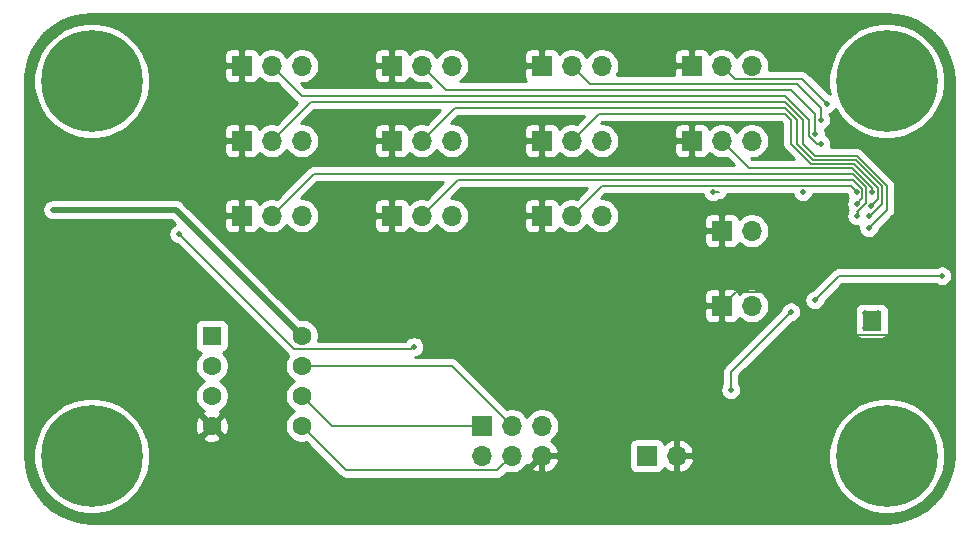
<source format=gbr>
%TF.GenerationSoftware,KiCad,Pcbnew,(5.1.8)-1*%
%TF.CreationDate,2021-01-25T11:57:41-05:00*%
%TF.ProjectId,Analog_Panel,416e616c-6f67-45f5-9061-6e656c2e6b69,rev?*%
%TF.SameCoordinates,Original*%
%TF.FileFunction,Copper,L2,Bot*%
%TF.FilePolarity,Positive*%
%FSLAX46Y46*%
G04 Gerber Fmt 4.6, Leading zero omitted, Abs format (unit mm)*
G04 Created by KiCad (PCBNEW (5.1.8)-1) date 2021-01-25 11:57:41*
%MOMM*%
%LPD*%
G01*
G04 APERTURE LIST*
%TA.AperFunction,WasherPad*%
%ADD10C,8.600000*%
%TD*%
%TA.AperFunction,WasherPad*%
%ADD11C,0.900000*%
%TD*%
%TA.AperFunction,ComponentPad*%
%ADD12R,1.700000X1.700000*%
%TD*%
%TA.AperFunction,ComponentPad*%
%ADD13O,1.700000X1.700000*%
%TD*%
%TA.AperFunction,ComponentPad*%
%ADD14R,1.600000X1.600000*%
%TD*%
%TA.AperFunction,ComponentPad*%
%ADD15C,1.600000*%
%TD*%
%TA.AperFunction,ComponentPad*%
%ADD16C,0.500000*%
%TD*%
%TA.AperFunction,SMDPad,CuDef*%
%ADD17R,1.600000X1.800000*%
%TD*%
%TA.AperFunction,ViaPad*%
%ADD18C,0.500000*%
%TD*%
%TA.AperFunction,Conductor*%
%ADD19C,0.500000*%
%TD*%
%TA.AperFunction,Conductor*%
%ADD20C,0.180000*%
%TD*%
%TA.AperFunction,Conductor*%
%ADD21C,0.200000*%
%TD*%
%TA.AperFunction,Conductor*%
%ADD22C,0.254000*%
%TD*%
%TA.AperFunction,Conductor*%
%ADD23C,0.100000*%
%TD*%
G04 APERTURE END LIST*
D10*
%TO.P,REF\u002A\u002A,*%
%TO.N,*%
X31750000Y-24130000D03*
D11*
X34975000Y-24130000D03*
X34030419Y-26410419D03*
X31750000Y-27355000D03*
X29469581Y-26410419D03*
X28525000Y-24130000D03*
X29469581Y-21849581D03*
X31750000Y-20905000D03*
X34030419Y-21849581D03*
%TD*%
D10*
%TO.P,REF\u002A\u002A,*%
%TO.N,*%
X99060000Y-24130000D03*
D11*
X102285000Y-24130000D03*
X101340419Y-26410419D03*
X99060000Y-27355000D03*
X96779581Y-26410419D03*
X95835000Y-24130000D03*
X96779581Y-21849581D03*
X99060000Y-20905000D03*
X101340419Y-21849581D03*
%TD*%
D10*
%TO.P,REF\u002A\u002A,*%
%TO.N,*%
X99060000Y-55880000D03*
D11*
X102285000Y-55880000D03*
X101340419Y-58160419D03*
X99060000Y-59105000D03*
X96779581Y-58160419D03*
X95835000Y-55880000D03*
X96779581Y-53599581D03*
X99060000Y-52655000D03*
X101340419Y-53599581D03*
%TD*%
D10*
%TO.P,REF\u002A\u002A,*%
%TO.N,*%
X31750000Y-55880000D03*
D11*
X34975000Y-55880000D03*
X34030419Y-58160419D03*
X31750000Y-59105000D03*
X29469581Y-58160419D03*
X28525000Y-55880000D03*
X29469581Y-53599581D03*
X31750000Y-52655000D03*
X34030419Y-53599581D03*
%TD*%
D12*
%TO.P,J1,1*%
%TO.N,/MISO_DATA*%
X64770000Y-53340000D03*
D13*
%TO.P,J1,2*%
%TO.N,+5V*%
X64770000Y-55880000D03*
%TO.P,J1,3*%
%TO.N,/SCK*%
X67310000Y-53340000D03*
%TO.P,J1,4*%
%TO.N,/MOSI_SDA*%
X67310000Y-55880000D03*
%TO.P,J1,5*%
%TO.N,/RST*%
X69850000Y-53340000D03*
%TO.P,J1,6*%
%TO.N,GND*%
X69850000Y-55880000D03*
%TD*%
D12*
%TO.P,J2,1*%
%TO.N,+5V*%
X78740000Y-55880000D03*
D13*
%TO.P,J2,2*%
%TO.N,GND*%
X81280000Y-55880000D03*
%TD*%
D12*
%TO.P,J3,1*%
%TO.N,GND*%
X44450000Y-22860000D03*
D13*
%TO.P,J3,2*%
%TO.N,/A0*%
X46990000Y-22860000D03*
%TO.P,J3,3*%
%TO.N,/PULLUP_A*%
X49530000Y-22860000D03*
%TD*%
%TO.P,J4,3*%
%TO.N,/PULLUP_D*%
X87630000Y-22860000D03*
%TO.P,J4,2*%
%TO.N,/A3*%
X85090000Y-22860000D03*
D12*
%TO.P,J4,1*%
%TO.N,GND*%
X82550000Y-22860000D03*
%TD*%
%TO.P,J5,1*%
%TO.N,GND*%
X69850000Y-29210000D03*
D13*
%TO.P,J5,2*%
%TO.N,/A6*%
X72390000Y-29210000D03*
%TO.P,J5,3*%
%TO.N,/PULLUP_G*%
X74930000Y-29210000D03*
%TD*%
%TO.P,J6,3*%
%TO.N,/PULLUP_J*%
X62230000Y-35560000D03*
%TO.P,J6,2*%
%TO.N,/A9*%
X59690000Y-35560000D03*
D12*
%TO.P,J6,1*%
%TO.N,GND*%
X57150000Y-35560000D03*
%TD*%
%TO.P,J7,1*%
%TO.N,GND*%
X57150000Y-22860000D03*
D13*
%TO.P,J7,2*%
%TO.N,/A1*%
X59690000Y-22860000D03*
%TO.P,J7,3*%
%TO.N,/PULLUP_B*%
X62230000Y-22860000D03*
%TD*%
D12*
%TO.P,J8,1*%
%TO.N,GND*%
X44450000Y-29210000D03*
D13*
%TO.P,J8,2*%
%TO.N,/A4*%
X46990000Y-29210000D03*
%TO.P,J8,3*%
%TO.N,/PULLUP_E*%
X49530000Y-29210000D03*
%TD*%
%TO.P,J9,3*%
%TO.N,/PULLUP_H*%
X87630000Y-29210000D03*
%TO.P,J9,2*%
%TO.N,/A7*%
X85090000Y-29210000D03*
D12*
%TO.P,J9,1*%
%TO.N,GND*%
X82550000Y-29210000D03*
%TD*%
%TO.P,J10,1*%
%TO.N,GND*%
X69850000Y-35560000D03*
D13*
%TO.P,J10,2*%
%TO.N,/A10*%
X72390000Y-35560000D03*
%TO.P,J10,3*%
%TO.N,/PULLUP_K*%
X74930000Y-35560000D03*
%TD*%
%TO.P,J11,3*%
%TO.N,/PULLUP_C*%
X74930000Y-22860000D03*
%TO.P,J11,2*%
%TO.N,/A2*%
X72390000Y-22860000D03*
D12*
%TO.P,J11,1*%
%TO.N,GND*%
X69850000Y-22860000D03*
%TD*%
%TO.P,J12,1*%
%TO.N,GND*%
X57150000Y-29210000D03*
D13*
%TO.P,J12,2*%
%TO.N,/A5*%
X59690000Y-29210000D03*
%TO.P,J12,3*%
%TO.N,/PULLUP_F*%
X62230000Y-29210000D03*
%TD*%
%TO.P,J13,3*%
%TO.N,/PULLUP_I*%
X49530000Y-35560000D03*
%TO.P,J13,2*%
%TO.N,/A8*%
X46990000Y-35560000D03*
D12*
%TO.P,J13,1*%
%TO.N,GND*%
X44450000Y-35560000D03*
%TD*%
%TO.P,J14,1*%
%TO.N,GND*%
X85090000Y-36830000D03*
D13*
%TO.P,J14,2*%
%TO.N,/AOUT0*%
X87630000Y-36830000D03*
%TD*%
%TO.P,J15,2*%
%TO.N,/AOUT1*%
X87630000Y-43180000D03*
D12*
%TO.P,J15,1*%
%TO.N,GND*%
X85090000Y-43180000D03*
%TD*%
D14*
%TO.P,U1,1*%
%TO.N,/RST*%
X41910000Y-45720000D03*
D15*
%TO.P,U1,2*%
%TO.N,/SCL1*%
X41910000Y-48260000D03*
%TO.P,U1,3*%
%TO.N,/SDA1*%
X41910000Y-50800000D03*
%TO.P,U1,4*%
%TO.N,GND*%
X41910000Y-53340000D03*
%TO.P,U1,5*%
%TO.N,/MOSI_SDA*%
X49530000Y-53340000D03*
%TO.P,U1,6*%
%TO.N,/MISO_DATA*%
X49530000Y-50800000D03*
%TO.P,U1,7*%
%TO.N,/SCK*%
X49530000Y-48260000D03*
%TO.P,U1,8*%
%TO.N,+5V*%
X49530000Y-45720000D03*
%TD*%
D16*
%TO.P,U3,11*%
%TO.N,N/C*%
X97240000Y-43800000D03*
X98340000Y-43800000D03*
X97240000Y-45100000D03*
X98340000Y-45100000D03*
D17*
X97790000Y-44450000D03*
%TD*%
D18*
%TO.N,+5V*%
X28448000Y-35052000D03*
X90932000Y-43688000D03*
X85852000Y-50292000D03*
X103718000Y-40640000D03*
X92964000Y-42672000D03*
%TO.N,GND*%
X92456000Y-43688000D03*
X101426907Y-45038907D03*
X99060000Y-30988000D03*
X47752000Y-58420000D03*
X60452000Y-58420000D03*
%TO.N,/A0*%
X93493950Y-29464000D03*
%TO.N,/A3*%
X93980000Y-26056002D03*
%TO.N,/A6*%
X97764970Y-34693138D03*
%TO.N,/A9*%
X96520000Y-34544000D03*
%TO.N,/A1*%
X93003950Y-28593016D03*
%TO.N,/A4*%
X97536000Y-36576000D03*
%TO.N,/A7*%
X97830011Y-33528000D03*
%TO.N,/A10*%
X96520000Y-33528000D03*
%TO.N,/A2*%
X93472000Y-27432000D03*
%TO.N,/A5*%
X97536000Y-35560000D03*
%TO.N,/A8*%
X96520000Y-35560000D03*
%TO.N,/PULLUP_L*%
X39116000Y-37084000D03*
X59027554Y-46636446D03*
%TO.N,/AREF*%
X91948000Y-33528000D03*
X84328000Y-33528000D03*
%TD*%
D19*
%TO.N,+5V*%
X38862000Y-35052000D02*
X28448000Y-35052000D01*
X49530000Y-45720000D02*
X38862000Y-35052000D01*
D20*
X85852000Y-48768000D02*
X85852000Y-50292000D01*
X90932000Y-43688000D02*
X85852000Y-48768000D01*
X94996000Y-40640000D02*
X92964000Y-42672000D01*
X103718000Y-40640000D02*
X94996000Y-40640000D01*
%TO.N,GND*%
X94462001Y-45694001D02*
X92456000Y-43688000D01*
X100771813Y-45694001D02*
X94462001Y-45694001D01*
X101426907Y-45038907D02*
X100771813Y-45694001D01*
X86284001Y-41985999D02*
X85090000Y-43180000D01*
X90753999Y-41985999D02*
X86284001Y-41985999D01*
X92456000Y-43688000D02*
X90753999Y-41985999D01*
D19*
X67310000Y-58420000D02*
X69850000Y-55880000D01*
X60452000Y-58420000D02*
X67310000Y-58420000D01*
X47752000Y-58420000D02*
X60452000Y-58420000D01*
D21*
%TO.N,/MISO_DATA*%
X52070000Y-53340000D02*
X49530000Y-50800000D01*
X64770000Y-53340000D02*
X52070000Y-53340000D01*
%TO.N,/SCK*%
X62230000Y-48260000D02*
X49530000Y-48260000D01*
X67310000Y-53340000D02*
X62230000Y-48260000D01*
%TO.N,/MOSI_SDA*%
X53274001Y-57084001D02*
X49530000Y-53340000D01*
X66105999Y-57084001D02*
X53274001Y-57084001D01*
X67310000Y-55880000D02*
X66105999Y-57084001D01*
D20*
%TO.N,/A0*%
X90424000Y-25400000D02*
X49530000Y-25400000D01*
X92456000Y-27432000D02*
X90424000Y-25400000D01*
X49530000Y-25400000D02*
X46990000Y-22860000D01*
X93493950Y-29464000D02*
X93140397Y-29464000D01*
X93140397Y-29464000D02*
X92456000Y-28779603D01*
X92456000Y-28779603D02*
X92456000Y-27432000D01*
%TO.N,/A3*%
X86180001Y-23950001D02*
X91873999Y-23950001D01*
X85090000Y-22860000D02*
X86180001Y-23950001D01*
X91873999Y-23950001D02*
X93980000Y-26056002D01*
%TO.N,/A6*%
X72390000Y-29210000D02*
X74676000Y-26924000D01*
X74676000Y-26924000D02*
X90424000Y-26924000D01*
X90424000Y-26924000D02*
X90932000Y-27432000D01*
X90932000Y-27432000D02*
X90932000Y-28448000D01*
X90932000Y-28448000D02*
X90932000Y-29464000D01*
X92633990Y-31165990D02*
X96283305Y-31165991D01*
X90932000Y-29464000D02*
X92633990Y-31165990D01*
X98320012Y-34138096D02*
X97764970Y-34693138D01*
X98320012Y-33202698D02*
X98320012Y-34138096D01*
X96283305Y-31165991D02*
X98320012Y-33202698D01*
%TO.N,/A9*%
X59690000Y-35560000D02*
X62738000Y-32512000D01*
X62738000Y-32512000D02*
X88900000Y-32512000D01*
X97010001Y-34053999D02*
X96520000Y-34544000D01*
X97010001Y-33292799D02*
X97010001Y-34053999D01*
X96229202Y-32512000D02*
X97010001Y-33292799D01*
X88900000Y-32512000D02*
X96229202Y-32512000D01*
%TO.N,/A1*%
X59690000Y-22860000D02*
X61722000Y-24892000D01*
X61722000Y-24892000D02*
X90932000Y-24892000D01*
X90932000Y-24892000D02*
X92964000Y-26924000D01*
X92964000Y-26924000D02*
X92964000Y-28448000D01*
%TO.N,/A4*%
X46990000Y-29210000D02*
X50292000Y-25908000D01*
X50292000Y-25908000D02*
X88900000Y-25908000D01*
X88900000Y-25908000D02*
X90424000Y-25908000D01*
X90424000Y-25908000D02*
X91948000Y-27432000D01*
X91948000Y-27432000D02*
X91948000Y-28448000D01*
X91948000Y-28448000D02*
X91948000Y-29464000D01*
X91948000Y-29464000D02*
X92964000Y-30480000D01*
X92964000Y-30480000D02*
X96012000Y-30480000D01*
X96530722Y-30480000D02*
X99060000Y-33009278D01*
X96012000Y-30480000D02*
X96530722Y-30480000D01*
X99060000Y-35052000D02*
X97536000Y-36576000D01*
X99060000Y-33009278D02*
X99060000Y-35052000D01*
%TO.N,/A7*%
X85090000Y-29210000D02*
X87376000Y-31496000D01*
X97830011Y-33179401D02*
X97830011Y-33528000D01*
X96146610Y-31496000D02*
X97830011Y-33179401D01*
X87376000Y-31496000D02*
X96146610Y-31496000D01*
%TO.N,/A10*%
X72390000Y-35560000D02*
X74930000Y-33020000D01*
X74930000Y-33020000D02*
X88900000Y-33020000D01*
X96012000Y-33020000D02*
X96520000Y-33528000D01*
X88900000Y-33020000D02*
X96012000Y-33020000D01*
%TO.N,/A2*%
X72390000Y-22860000D02*
X73914000Y-24384000D01*
X73914000Y-24384000D02*
X91440000Y-24384000D01*
X91440000Y-24384000D02*
X93472000Y-26416000D01*
X93472000Y-26416000D02*
X93472000Y-27432000D01*
%TO.N,/A5*%
X59690000Y-29210000D02*
X62484000Y-26416000D01*
X62484000Y-26416000D02*
X89916000Y-26416000D01*
X89916000Y-26416000D02*
X90424000Y-26416000D01*
X90424000Y-26416000D02*
X91440000Y-27432000D01*
X91440000Y-27432000D02*
X91440000Y-28448000D01*
X91440000Y-29464000D02*
X92811981Y-30835981D01*
X91440000Y-28448000D02*
X91440000Y-29464000D01*
X98650022Y-34533288D02*
X97623310Y-35560000D01*
X98650022Y-33066004D02*
X98650022Y-34533288D01*
X97623310Y-35560000D02*
X97536000Y-35560000D01*
X96420000Y-30835982D02*
X98650022Y-33066004D01*
X92811981Y-30835981D02*
X96420000Y-30835982D01*
%TO.N,/A8*%
X46990000Y-35560000D02*
X50546000Y-32004000D01*
X50546000Y-32004000D02*
X88900000Y-32004000D01*
X96595199Y-35194003D02*
X96520000Y-35194003D01*
X97340011Y-34449191D02*
X96595199Y-35194003D01*
X97340011Y-33156105D02*
X97340011Y-34449191D01*
X96187906Y-32004000D02*
X97340011Y-33156105D01*
X88900000Y-32004000D02*
X96187906Y-32004000D01*
D21*
X96595199Y-35484801D02*
X96520000Y-35560000D01*
X96595199Y-35194003D02*
X96595199Y-35484801D01*
%TO.N,/PULLUP_L*%
X48906001Y-46874001D02*
X58789999Y-46874001D01*
X39116000Y-37084000D02*
X48906001Y-46874001D01*
X59027554Y-46636446D02*
X58789999Y-46874001D01*
%TO.N,/AREF*%
X84328000Y-33528000D02*
X84836000Y-33528000D01*
%TD*%
D22*
%TO.N,GND*%
X99945870Y-18536837D02*
X100809927Y-18744279D01*
X101630891Y-19084334D01*
X102388559Y-19548633D01*
X103064262Y-20125738D01*
X103641367Y-20801441D01*
X104105666Y-21559107D01*
X104445721Y-22380072D01*
X104653163Y-23244136D01*
X104725001Y-24156922D01*
X104725000Y-55853091D01*
X104653163Y-56765864D01*
X104445721Y-57629928D01*
X104105666Y-58450893D01*
X103641367Y-59208559D01*
X103064262Y-59884262D01*
X102388559Y-60461367D01*
X101630891Y-60925666D01*
X100809927Y-61265721D01*
X99945870Y-61473163D01*
X99033092Y-61545000D01*
X31776909Y-61545000D01*
X30864136Y-61473163D01*
X30000072Y-61265721D01*
X29179107Y-60925666D01*
X28421441Y-60461367D01*
X27745738Y-59884262D01*
X27168633Y-59208559D01*
X26704334Y-58450891D01*
X26364279Y-57629927D01*
X26156837Y-56765870D01*
X26085000Y-55853092D01*
X26085000Y-55393945D01*
X26815000Y-55393945D01*
X26815000Y-56366055D01*
X27004650Y-57319486D01*
X27376660Y-58217599D01*
X27916735Y-59025879D01*
X28604121Y-59713265D01*
X29412401Y-60253340D01*
X30310514Y-60625350D01*
X31263945Y-60815000D01*
X32236055Y-60815000D01*
X33189486Y-60625350D01*
X34087599Y-60253340D01*
X34895879Y-59713265D01*
X35583265Y-59025879D01*
X36123340Y-58217599D01*
X36495350Y-57319486D01*
X36685000Y-56366055D01*
X36685000Y-55393945D01*
X36495350Y-54440514D01*
X36450693Y-54332702D01*
X41096903Y-54332702D01*
X41168486Y-54576671D01*
X41423996Y-54697571D01*
X41698184Y-54766300D01*
X41980512Y-54780217D01*
X42260130Y-54738787D01*
X42526292Y-54643603D01*
X42651514Y-54576671D01*
X42723097Y-54332702D01*
X41910000Y-53519605D01*
X41096903Y-54332702D01*
X36450693Y-54332702D01*
X36123340Y-53542401D01*
X36035215Y-53410512D01*
X40469783Y-53410512D01*
X40511213Y-53690130D01*
X40606397Y-53956292D01*
X40673329Y-54081514D01*
X40917298Y-54153097D01*
X41730395Y-53340000D01*
X42089605Y-53340000D01*
X42902702Y-54153097D01*
X43146671Y-54081514D01*
X43267571Y-53826004D01*
X43336300Y-53551816D01*
X43350217Y-53269488D01*
X43308787Y-52989870D01*
X43213603Y-52723708D01*
X43146671Y-52598486D01*
X42902702Y-52526903D01*
X42089605Y-53340000D01*
X41730395Y-53340000D01*
X40917298Y-52526903D01*
X40673329Y-52598486D01*
X40552429Y-52853996D01*
X40483700Y-53128184D01*
X40469783Y-53410512D01*
X36035215Y-53410512D01*
X35583265Y-52734121D01*
X34895879Y-52046735D01*
X34087599Y-51506660D01*
X33189486Y-51134650D01*
X32236055Y-50945000D01*
X31263945Y-50945000D01*
X30310514Y-51134650D01*
X29412401Y-51506660D01*
X28604121Y-52046735D01*
X27916735Y-52734121D01*
X27376660Y-53542401D01*
X27004650Y-54440514D01*
X26815000Y-55393945D01*
X26085000Y-55393945D01*
X26085000Y-44920000D01*
X40471928Y-44920000D01*
X40471928Y-46520000D01*
X40484188Y-46644482D01*
X40520498Y-46764180D01*
X40579463Y-46874494D01*
X40658815Y-46971185D01*
X40755506Y-47050537D01*
X40865820Y-47109502D01*
X40985518Y-47145812D01*
X40993961Y-47146643D01*
X40795363Y-47345241D01*
X40638320Y-47580273D01*
X40530147Y-47841426D01*
X40475000Y-48118665D01*
X40475000Y-48401335D01*
X40530147Y-48678574D01*
X40638320Y-48939727D01*
X40795363Y-49174759D01*
X40995241Y-49374637D01*
X41227759Y-49530000D01*
X40995241Y-49685363D01*
X40795363Y-49885241D01*
X40638320Y-50120273D01*
X40530147Y-50381426D01*
X40475000Y-50658665D01*
X40475000Y-50941335D01*
X40530147Y-51218574D01*
X40638320Y-51479727D01*
X40795363Y-51714759D01*
X40995241Y-51914637D01*
X41229128Y-52070915D01*
X41168486Y-52103329D01*
X41096903Y-52347298D01*
X41910000Y-53160395D01*
X42723097Y-52347298D01*
X42651514Y-52103329D01*
X42587008Y-52072806D01*
X42589727Y-52071680D01*
X42824759Y-51914637D01*
X43024637Y-51714759D01*
X43181680Y-51479727D01*
X43289853Y-51218574D01*
X43345000Y-50941335D01*
X43345000Y-50658665D01*
X43289853Y-50381426D01*
X43181680Y-50120273D01*
X43024637Y-49885241D01*
X42824759Y-49685363D01*
X42592241Y-49530000D01*
X42824759Y-49374637D01*
X43024637Y-49174759D01*
X43181680Y-48939727D01*
X43289853Y-48678574D01*
X43345000Y-48401335D01*
X43345000Y-48118665D01*
X43289853Y-47841426D01*
X43181680Y-47580273D01*
X43024637Y-47345241D01*
X42826039Y-47146643D01*
X42834482Y-47145812D01*
X42954180Y-47109502D01*
X43064494Y-47050537D01*
X43161185Y-46971185D01*
X43240537Y-46874494D01*
X43299502Y-46764180D01*
X43335812Y-46644482D01*
X43348072Y-46520000D01*
X43348072Y-44920000D01*
X43335812Y-44795518D01*
X43299502Y-44675820D01*
X43240537Y-44565506D01*
X43161185Y-44468815D01*
X43064494Y-44389463D01*
X42954180Y-44330498D01*
X42834482Y-44294188D01*
X42710000Y-44281928D01*
X41110000Y-44281928D01*
X40985518Y-44294188D01*
X40865820Y-44330498D01*
X40755506Y-44389463D01*
X40658815Y-44468815D01*
X40579463Y-44565506D01*
X40520498Y-44675820D01*
X40484188Y-44795518D01*
X40471928Y-44920000D01*
X26085000Y-44920000D01*
X26085000Y-35052000D01*
X27558718Y-35052000D01*
X27563000Y-35095477D01*
X27563000Y-35139165D01*
X27571523Y-35182013D01*
X27575805Y-35225490D01*
X27588487Y-35267295D01*
X27597010Y-35310145D01*
X27613731Y-35350513D01*
X27626411Y-35392313D01*
X27647001Y-35430835D01*
X27663723Y-35471205D01*
X27687996Y-35507533D01*
X27708589Y-35546059D01*
X27736304Y-35579829D01*
X27760576Y-35616155D01*
X27791470Y-35647049D01*
X27819183Y-35680817D01*
X27852951Y-35708530D01*
X27883845Y-35739424D01*
X27920171Y-35763696D01*
X27953941Y-35791411D01*
X27992467Y-35812004D01*
X28028795Y-35836277D01*
X28069165Y-35852999D01*
X28107687Y-35873589D01*
X28149487Y-35886269D01*
X28189855Y-35902990D01*
X28232705Y-35911513D01*
X28274510Y-35924195D01*
X28317987Y-35928477D01*
X28360835Y-35937000D01*
X38495422Y-35937000D01*
X38810887Y-36252465D01*
X38696795Y-36299723D01*
X38551845Y-36396576D01*
X38428576Y-36519845D01*
X38331723Y-36664795D01*
X38265010Y-36825855D01*
X38231000Y-36996835D01*
X38231000Y-37171165D01*
X38265010Y-37342145D01*
X38331723Y-37503205D01*
X38428576Y-37648155D01*
X38551845Y-37771424D01*
X38696795Y-37868277D01*
X38857855Y-37934990D01*
X38944848Y-37952294D01*
X48360747Y-47368194D01*
X48382398Y-47394576D01*
X48258320Y-47580273D01*
X48150147Y-47841426D01*
X48095000Y-48118665D01*
X48095000Y-48401335D01*
X48150147Y-48678574D01*
X48258320Y-48939727D01*
X48415363Y-49174759D01*
X48615241Y-49374637D01*
X48847759Y-49530000D01*
X48615241Y-49685363D01*
X48415363Y-49885241D01*
X48258320Y-50120273D01*
X48150147Y-50381426D01*
X48095000Y-50658665D01*
X48095000Y-50941335D01*
X48150147Y-51218574D01*
X48258320Y-51479727D01*
X48415363Y-51714759D01*
X48615241Y-51914637D01*
X48847759Y-52070000D01*
X48615241Y-52225363D01*
X48415363Y-52425241D01*
X48258320Y-52660273D01*
X48150147Y-52921426D01*
X48095000Y-53198665D01*
X48095000Y-53481335D01*
X48150147Y-53758574D01*
X48258320Y-54019727D01*
X48415363Y-54254759D01*
X48615241Y-54454637D01*
X48850273Y-54611680D01*
X49111426Y-54719853D01*
X49388665Y-54775000D01*
X49671335Y-54775000D01*
X49883376Y-54732822D01*
X52728747Y-57578194D01*
X52751763Y-57606239D01*
X52863681Y-57698088D01*
X52991368Y-57766338D01*
X53064473Y-57788514D01*
X53129915Y-57808366D01*
X53274001Y-57822557D01*
X53310106Y-57819001D01*
X66069894Y-57819001D01*
X66105999Y-57822557D01*
X66142104Y-57819001D01*
X66250084Y-57808366D01*
X66388632Y-57766338D01*
X66516319Y-57698088D01*
X66628237Y-57606239D01*
X66651257Y-57578189D01*
X66914103Y-57315344D01*
X67163740Y-57365000D01*
X67456260Y-57365000D01*
X67743158Y-57307932D01*
X68013411Y-57195990D01*
X68256632Y-57033475D01*
X68463475Y-56826632D01*
X68585195Y-56644466D01*
X68654822Y-56761355D01*
X68849731Y-56977588D01*
X69083080Y-57151641D01*
X69345901Y-57276825D01*
X69493110Y-57321476D01*
X69723000Y-57200155D01*
X69723000Y-56007000D01*
X69977000Y-56007000D01*
X69977000Y-57200155D01*
X70206890Y-57321476D01*
X70354099Y-57276825D01*
X70616920Y-57151641D01*
X70850269Y-56977588D01*
X71045178Y-56761355D01*
X71194157Y-56511252D01*
X71291481Y-56236891D01*
X71170814Y-56007000D01*
X69977000Y-56007000D01*
X69723000Y-56007000D01*
X69703000Y-56007000D01*
X69703000Y-55753000D01*
X69723000Y-55753000D01*
X69723000Y-55733000D01*
X69977000Y-55733000D01*
X69977000Y-55753000D01*
X71170814Y-55753000D01*
X71291481Y-55523109D01*
X71194157Y-55248748D01*
X71063856Y-55030000D01*
X77251928Y-55030000D01*
X77251928Y-56730000D01*
X77264188Y-56854482D01*
X77300498Y-56974180D01*
X77359463Y-57084494D01*
X77438815Y-57181185D01*
X77535506Y-57260537D01*
X77645820Y-57319502D01*
X77765518Y-57355812D01*
X77890000Y-57368072D01*
X79590000Y-57368072D01*
X79714482Y-57355812D01*
X79834180Y-57319502D01*
X79944494Y-57260537D01*
X80041185Y-57181185D01*
X80120537Y-57084494D01*
X80179502Y-56974180D01*
X80203966Y-56893534D01*
X80279731Y-56977588D01*
X80513080Y-57151641D01*
X80775901Y-57276825D01*
X80923110Y-57321476D01*
X81153000Y-57200155D01*
X81153000Y-56007000D01*
X81407000Y-56007000D01*
X81407000Y-57200155D01*
X81636890Y-57321476D01*
X81784099Y-57276825D01*
X82046920Y-57151641D01*
X82280269Y-56977588D01*
X82475178Y-56761355D01*
X82624157Y-56511252D01*
X82721481Y-56236891D01*
X82600814Y-56007000D01*
X81407000Y-56007000D01*
X81153000Y-56007000D01*
X81133000Y-56007000D01*
X81133000Y-55753000D01*
X81153000Y-55753000D01*
X81153000Y-54559845D01*
X81407000Y-54559845D01*
X81407000Y-55753000D01*
X82600814Y-55753000D01*
X82721481Y-55523109D01*
X82675663Y-55393945D01*
X94125000Y-55393945D01*
X94125000Y-56366055D01*
X94314650Y-57319486D01*
X94686660Y-58217599D01*
X95226735Y-59025879D01*
X95914121Y-59713265D01*
X96722401Y-60253340D01*
X97620514Y-60625350D01*
X98573945Y-60815000D01*
X99546055Y-60815000D01*
X100499486Y-60625350D01*
X101397599Y-60253340D01*
X102205879Y-59713265D01*
X102893265Y-59025879D01*
X103433340Y-58217599D01*
X103805350Y-57319486D01*
X103995000Y-56366055D01*
X103995000Y-55393945D01*
X103805350Y-54440514D01*
X103433340Y-53542401D01*
X102893265Y-52734121D01*
X102205879Y-52046735D01*
X101397599Y-51506660D01*
X100499486Y-51134650D01*
X99546055Y-50945000D01*
X98573945Y-50945000D01*
X97620514Y-51134650D01*
X96722401Y-51506660D01*
X95914121Y-52046735D01*
X95226735Y-52734121D01*
X94686660Y-53542401D01*
X94314650Y-54440514D01*
X94125000Y-55393945D01*
X82675663Y-55393945D01*
X82624157Y-55248748D01*
X82475178Y-54998645D01*
X82280269Y-54782412D01*
X82046920Y-54608359D01*
X81784099Y-54483175D01*
X81636890Y-54438524D01*
X81407000Y-54559845D01*
X81153000Y-54559845D01*
X80923110Y-54438524D01*
X80775901Y-54483175D01*
X80513080Y-54608359D01*
X80279731Y-54782412D01*
X80203966Y-54866466D01*
X80179502Y-54785820D01*
X80120537Y-54675506D01*
X80041185Y-54578815D01*
X79944494Y-54499463D01*
X79834180Y-54440498D01*
X79714482Y-54404188D01*
X79590000Y-54391928D01*
X77890000Y-54391928D01*
X77765518Y-54404188D01*
X77645820Y-54440498D01*
X77535506Y-54499463D01*
X77438815Y-54578815D01*
X77359463Y-54675506D01*
X77300498Y-54785820D01*
X77264188Y-54905518D01*
X77251928Y-55030000D01*
X71063856Y-55030000D01*
X71045178Y-54998645D01*
X70850269Y-54782412D01*
X70620594Y-54611100D01*
X70796632Y-54493475D01*
X71003475Y-54286632D01*
X71165990Y-54043411D01*
X71277932Y-53773158D01*
X71335000Y-53486260D01*
X71335000Y-53193740D01*
X71277932Y-52906842D01*
X71165990Y-52636589D01*
X71003475Y-52393368D01*
X70796632Y-52186525D01*
X70553411Y-52024010D01*
X70283158Y-51912068D01*
X69996260Y-51855000D01*
X69703740Y-51855000D01*
X69416842Y-51912068D01*
X69146589Y-52024010D01*
X68903368Y-52186525D01*
X68696525Y-52393368D01*
X68580000Y-52567760D01*
X68463475Y-52393368D01*
X68256632Y-52186525D01*
X68013411Y-52024010D01*
X67743158Y-51912068D01*
X67456260Y-51855000D01*
X67163740Y-51855000D01*
X66914103Y-51904656D01*
X65214282Y-50204835D01*
X84967000Y-50204835D01*
X84967000Y-50379165D01*
X85001010Y-50550145D01*
X85067723Y-50711205D01*
X85164576Y-50856155D01*
X85287845Y-50979424D01*
X85432795Y-51076277D01*
X85593855Y-51142990D01*
X85764835Y-51177000D01*
X85939165Y-51177000D01*
X86110145Y-51142990D01*
X86271205Y-51076277D01*
X86416155Y-50979424D01*
X86539424Y-50856155D01*
X86636277Y-50711205D01*
X86702990Y-50550145D01*
X86737000Y-50379165D01*
X86737000Y-50204835D01*
X86702990Y-50033855D01*
X86636277Y-49872795D01*
X86577000Y-49784081D01*
X86577000Y-49068304D01*
X91085500Y-44559805D01*
X91190145Y-44538990D01*
X91351205Y-44472277D01*
X91496155Y-44375424D01*
X91619424Y-44252155D01*
X91716277Y-44107205D01*
X91782990Y-43946145D01*
X91817000Y-43775165D01*
X91817000Y-43600835D01*
X91782990Y-43429855D01*
X91716277Y-43268795D01*
X91619424Y-43123845D01*
X91496155Y-43000576D01*
X91351205Y-42903723D01*
X91190145Y-42837010D01*
X91019165Y-42803000D01*
X90844835Y-42803000D01*
X90673855Y-42837010D01*
X90512795Y-42903723D01*
X90367845Y-43000576D01*
X90244576Y-43123845D01*
X90147723Y-43268795D01*
X90081010Y-43429855D01*
X90060195Y-43534500D01*
X85364524Y-48230172D01*
X85336868Y-48252869D01*
X85246269Y-48363264D01*
X85178947Y-48489213D01*
X85137491Y-48625876D01*
X85127000Y-48732394D01*
X85127000Y-48732403D01*
X85123494Y-48768000D01*
X85127000Y-48803597D01*
X85127001Y-49784080D01*
X85067723Y-49872795D01*
X85001010Y-50033855D01*
X84967000Y-50204835D01*
X65214282Y-50204835D01*
X62775259Y-47765813D01*
X62752238Y-47737762D01*
X62640320Y-47645913D01*
X62512633Y-47577663D01*
X62374085Y-47535635D01*
X62266105Y-47525000D01*
X62230000Y-47521444D01*
X62193895Y-47525000D01*
X59131261Y-47525000D01*
X59151656Y-47514099D01*
X59285699Y-47487436D01*
X59446759Y-47420723D01*
X59591709Y-47323870D01*
X59714978Y-47200601D01*
X59811831Y-47055651D01*
X59878544Y-46894591D01*
X59912554Y-46723611D01*
X59912554Y-46549281D01*
X59878544Y-46378301D01*
X59811831Y-46217241D01*
X59714978Y-46072291D01*
X59591709Y-45949022D01*
X59446759Y-45852169D01*
X59285699Y-45785456D01*
X59114719Y-45751446D01*
X58940389Y-45751446D01*
X58769409Y-45785456D01*
X58608349Y-45852169D01*
X58463399Y-45949022D01*
X58340130Y-46072291D01*
X58295556Y-46139001D01*
X50909676Y-46139001D01*
X50909853Y-46138574D01*
X50965000Y-45861335D01*
X50965000Y-45578665D01*
X50909853Y-45301426D01*
X50801680Y-45040273D01*
X50644637Y-44805241D01*
X50444759Y-44605363D01*
X50209727Y-44448320D01*
X49948574Y-44340147D01*
X49671335Y-44285000D01*
X49388665Y-44285000D01*
X49353562Y-44291983D01*
X49091579Y-44030000D01*
X83601928Y-44030000D01*
X83614188Y-44154482D01*
X83650498Y-44274180D01*
X83709463Y-44384494D01*
X83788815Y-44481185D01*
X83885506Y-44560537D01*
X83995820Y-44619502D01*
X84115518Y-44655812D01*
X84240000Y-44668072D01*
X84804250Y-44665000D01*
X84963000Y-44506250D01*
X84963000Y-43307000D01*
X83763750Y-43307000D01*
X83605000Y-43465750D01*
X83601928Y-44030000D01*
X49091579Y-44030000D01*
X47391579Y-42330000D01*
X83601928Y-42330000D01*
X83605000Y-42894250D01*
X83763750Y-43053000D01*
X84963000Y-43053000D01*
X84963000Y-41853750D01*
X85217000Y-41853750D01*
X85217000Y-43053000D01*
X85237000Y-43053000D01*
X85237000Y-43307000D01*
X85217000Y-43307000D01*
X85217000Y-44506250D01*
X85375750Y-44665000D01*
X85940000Y-44668072D01*
X86064482Y-44655812D01*
X86184180Y-44619502D01*
X86294494Y-44560537D01*
X86391185Y-44481185D01*
X86470537Y-44384494D01*
X86529502Y-44274180D01*
X86551513Y-44201620D01*
X86683368Y-44333475D01*
X86926589Y-44495990D01*
X87196842Y-44607932D01*
X87483740Y-44665000D01*
X87776260Y-44665000D01*
X88063158Y-44607932D01*
X88333411Y-44495990D01*
X88576632Y-44333475D01*
X88783475Y-44126632D01*
X88945990Y-43883411D01*
X89057932Y-43613158D01*
X89115000Y-43326260D01*
X89115000Y-43033740D01*
X89057932Y-42746842D01*
X88990827Y-42584835D01*
X92079000Y-42584835D01*
X92079000Y-42759165D01*
X92113010Y-42930145D01*
X92179723Y-43091205D01*
X92276576Y-43236155D01*
X92399845Y-43359424D01*
X92544795Y-43456277D01*
X92705855Y-43522990D01*
X92876835Y-43557000D01*
X93051165Y-43557000D01*
X93086356Y-43550000D01*
X96351928Y-43550000D01*
X96351928Y-45350000D01*
X96364188Y-45474482D01*
X96400498Y-45594180D01*
X96459463Y-45704494D01*
X96538815Y-45801185D01*
X96635506Y-45880537D01*
X96745820Y-45939502D01*
X96865518Y-45975812D01*
X96990000Y-45988072D01*
X98590000Y-45988072D01*
X98714482Y-45975812D01*
X98834180Y-45939502D01*
X98944494Y-45880537D01*
X99041185Y-45801185D01*
X99120537Y-45704494D01*
X99179502Y-45594180D01*
X99215812Y-45474482D01*
X99228072Y-45350000D01*
X99228072Y-43550000D01*
X99215812Y-43425518D01*
X99179502Y-43305820D01*
X99120537Y-43195506D01*
X99041185Y-43098815D01*
X98944494Y-43019463D01*
X98834180Y-42960498D01*
X98714482Y-42924188D01*
X98590000Y-42911928D01*
X96990000Y-42911928D01*
X96865518Y-42924188D01*
X96745820Y-42960498D01*
X96635506Y-43019463D01*
X96538815Y-43098815D01*
X96459463Y-43195506D01*
X96400498Y-43305820D01*
X96364188Y-43425518D01*
X96351928Y-43550000D01*
X93086356Y-43550000D01*
X93222145Y-43522990D01*
X93383205Y-43456277D01*
X93528155Y-43359424D01*
X93651424Y-43236155D01*
X93748277Y-43091205D01*
X93814990Y-42930145D01*
X93835805Y-42825499D01*
X95296305Y-41365000D01*
X103210081Y-41365000D01*
X103298795Y-41424277D01*
X103459855Y-41490990D01*
X103630835Y-41525000D01*
X103805165Y-41525000D01*
X103976145Y-41490990D01*
X104137205Y-41424277D01*
X104282155Y-41327424D01*
X104405424Y-41204155D01*
X104502277Y-41059205D01*
X104568990Y-40898145D01*
X104603000Y-40727165D01*
X104603000Y-40552835D01*
X104568990Y-40381855D01*
X104502277Y-40220795D01*
X104405424Y-40075845D01*
X104282155Y-39952576D01*
X104137205Y-39855723D01*
X103976145Y-39789010D01*
X103805165Y-39755000D01*
X103630835Y-39755000D01*
X103459855Y-39789010D01*
X103298795Y-39855723D01*
X103210081Y-39915000D01*
X95031597Y-39915000D01*
X94996000Y-39911494D01*
X94960403Y-39915000D01*
X94960393Y-39915000D01*
X94853875Y-39925491D01*
X94717212Y-39966947D01*
X94591263Y-40034269D01*
X94508525Y-40102170D01*
X94508523Y-40102172D01*
X94480868Y-40124868D01*
X94458172Y-40152523D01*
X92810501Y-41800195D01*
X92705855Y-41821010D01*
X92544795Y-41887723D01*
X92399845Y-41984576D01*
X92276576Y-42107845D01*
X92179723Y-42252795D01*
X92113010Y-42413855D01*
X92079000Y-42584835D01*
X88990827Y-42584835D01*
X88945990Y-42476589D01*
X88783475Y-42233368D01*
X88576632Y-42026525D01*
X88333411Y-41864010D01*
X88063158Y-41752068D01*
X87776260Y-41695000D01*
X87483740Y-41695000D01*
X87196842Y-41752068D01*
X86926589Y-41864010D01*
X86683368Y-42026525D01*
X86551513Y-42158380D01*
X86529502Y-42085820D01*
X86470537Y-41975506D01*
X86391185Y-41878815D01*
X86294494Y-41799463D01*
X86184180Y-41740498D01*
X86064482Y-41704188D01*
X85940000Y-41691928D01*
X85375750Y-41695000D01*
X85217000Y-41853750D01*
X84963000Y-41853750D01*
X84804250Y-41695000D01*
X84240000Y-41691928D01*
X84115518Y-41704188D01*
X83995820Y-41740498D01*
X83885506Y-41799463D01*
X83788815Y-41878815D01*
X83709463Y-41975506D01*
X83650498Y-42085820D01*
X83614188Y-42205518D01*
X83601928Y-42330000D01*
X47391579Y-42330000D01*
X42741579Y-37680000D01*
X83601928Y-37680000D01*
X83614188Y-37804482D01*
X83650498Y-37924180D01*
X83709463Y-38034494D01*
X83788815Y-38131185D01*
X83885506Y-38210537D01*
X83995820Y-38269502D01*
X84115518Y-38305812D01*
X84240000Y-38318072D01*
X84804250Y-38315000D01*
X84963000Y-38156250D01*
X84963000Y-36957000D01*
X83763750Y-36957000D01*
X83605000Y-37115750D01*
X83601928Y-37680000D01*
X42741579Y-37680000D01*
X41471579Y-36410000D01*
X42961928Y-36410000D01*
X42974188Y-36534482D01*
X43010498Y-36654180D01*
X43069463Y-36764494D01*
X43148815Y-36861185D01*
X43245506Y-36940537D01*
X43355820Y-36999502D01*
X43475518Y-37035812D01*
X43600000Y-37048072D01*
X44164250Y-37045000D01*
X44323000Y-36886250D01*
X44323000Y-35687000D01*
X43123750Y-35687000D01*
X42965000Y-35845750D01*
X42961928Y-36410000D01*
X41471579Y-36410000D01*
X39771579Y-34710000D01*
X42961928Y-34710000D01*
X42965000Y-35274250D01*
X43123750Y-35433000D01*
X44323000Y-35433000D01*
X44323000Y-34233750D01*
X44164250Y-34075000D01*
X43600000Y-34071928D01*
X43475518Y-34084188D01*
X43355820Y-34120498D01*
X43245506Y-34179463D01*
X43148815Y-34258815D01*
X43069463Y-34355506D01*
X43010498Y-34465820D01*
X42974188Y-34585518D01*
X42961928Y-34710000D01*
X39771579Y-34710000D01*
X39518534Y-34456956D01*
X39490817Y-34423183D01*
X39356059Y-34312589D01*
X39202313Y-34230411D01*
X39035490Y-34179805D01*
X38905477Y-34167000D01*
X38905469Y-34167000D01*
X38862000Y-34162719D01*
X38818531Y-34167000D01*
X28360835Y-34167000D01*
X28317987Y-34175523D01*
X28274510Y-34179805D01*
X28232705Y-34192487D01*
X28189855Y-34201010D01*
X28149487Y-34217731D01*
X28107687Y-34230411D01*
X28069165Y-34251001D01*
X28028795Y-34267723D01*
X27992467Y-34291996D01*
X27953941Y-34312589D01*
X27920171Y-34340304D01*
X27883845Y-34364576D01*
X27852951Y-34395470D01*
X27819183Y-34423183D01*
X27791470Y-34456951D01*
X27760576Y-34487845D01*
X27736304Y-34524171D01*
X27708589Y-34557941D01*
X27687996Y-34596467D01*
X27663723Y-34632795D01*
X27647001Y-34673165D01*
X27626411Y-34711687D01*
X27613731Y-34753487D01*
X27597010Y-34793855D01*
X27588487Y-34836705D01*
X27575805Y-34878510D01*
X27571523Y-34921987D01*
X27563000Y-34964835D01*
X27563000Y-35008523D01*
X27558718Y-35052000D01*
X26085000Y-35052000D01*
X26085000Y-30060000D01*
X42961928Y-30060000D01*
X42974188Y-30184482D01*
X43010498Y-30304180D01*
X43069463Y-30414494D01*
X43148815Y-30511185D01*
X43245506Y-30590537D01*
X43355820Y-30649502D01*
X43475518Y-30685812D01*
X43600000Y-30698072D01*
X44164250Y-30695000D01*
X44323000Y-30536250D01*
X44323000Y-29337000D01*
X43123750Y-29337000D01*
X42965000Y-29495750D01*
X42961928Y-30060000D01*
X26085000Y-30060000D01*
X26085000Y-24156908D01*
X26125370Y-23643945D01*
X26815000Y-23643945D01*
X26815000Y-24616055D01*
X27004650Y-25569486D01*
X27376660Y-26467599D01*
X27916735Y-27275879D01*
X28604121Y-27963265D01*
X29412401Y-28503340D01*
X30310514Y-28875350D01*
X31263945Y-29065000D01*
X32236055Y-29065000D01*
X33189486Y-28875350D01*
X34087599Y-28503340D01*
X34302122Y-28360000D01*
X42961928Y-28360000D01*
X42965000Y-28924250D01*
X43123750Y-29083000D01*
X44323000Y-29083000D01*
X44323000Y-27883750D01*
X44164250Y-27725000D01*
X43600000Y-27721928D01*
X43475518Y-27734188D01*
X43355820Y-27770498D01*
X43245506Y-27829463D01*
X43148815Y-27908815D01*
X43069463Y-28005506D01*
X43010498Y-28115820D01*
X42974188Y-28235518D01*
X42961928Y-28360000D01*
X34302122Y-28360000D01*
X34895879Y-27963265D01*
X35583265Y-27275879D01*
X36123340Y-26467599D01*
X36495350Y-25569486D01*
X36685000Y-24616055D01*
X36685000Y-23710000D01*
X42961928Y-23710000D01*
X42974188Y-23834482D01*
X43010498Y-23954180D01*
X43069463Y-24064494D01*
X43148815Y-24161185D01*
X43245506Y-24240537D01*
X43355820Y-24299502D01*
X43475518Y-24335812D01*
X43600000Y-24348072D01*
X44164250Y-24345000D01*
X44323000Y-24186250D01*
X44323000Y-22987000D01*
X43123750Y-22987000D01*
X42965000Y-23145750D01*
X42961928Y-23710000D01*
X36685000Y-23710000D01*
X36685000Y-23643945D01*
X36495350Y-22690514D01*
X36213473Y-22010000D01*
X42961928Y-22010000D01*
X42965000Y-22574250D01*
X43123750Y-22733000D01*
X44323000Y-22733000D01*
X44323000Y-21533750D01*
X44577000Y-21533750D01*
X44577000Y-22733000D01*
X44597000Y-22733000D01*
X44597000Y-22987000D01*
X44577000Y-22987000D01*
X44577000Y-24186250D01*
X44735750Y-24345000D01*
X45300000Y-24348072D01*
X45424482Y-24335812D01*
X45544180Y-24299502D01*
X45654494Y-24240537D01*
X45751185Y-24161185D01*
X45830537Y-24064494D01*
X45889502Y-23954180D01*
X45911513Y-23881620D01*
X46043368Y-24013475D01*
X46286589Y-24175990D01*
X46556842Y-24287932D01*
X46843740Y-24345000D01*
X47136260Y-24345000D01*
X47397693Y-24292997D01*
X48992172Y-25887477D01*
X49014868Y-25915132D01*
X49042523Y-25937828D01*
X49042525Y-25937830D01*
X49125263Y-26005731D01*
X49153742Y-26020953D01*
X47397693Y-27777003D01*
X47136260Y-27725000D01*
X46843740Y-27725000D01*
X46556842Y-27782068D01*
X46286589Y-27894010D01*
X46043368Y-28056525D01*
X45911513Y-28188380D01*
X45889502Y-28115820D01*
X45830537Y-28005506D01*
X45751185Y-27908815D01*
X45654494Y-27829463D01*
X45544180Y-27770498D01*
X45424482Y-27734188D01*
X45300000Y-27721928D01*
X44735750Y-27725000D01*
X44577000Y-27883750D01*
X44577000Y-29083000D01*
X44597000Y-29083000D01*
X44597000Y-29337000D01*
X44577000Y-29337000D01*
X44577000Y-30536250D01*
X44735750Y-30695000D01*
X45300000Y-30698072D01*
X45424482Y-30685812D01*
X45544180Y-30649502D01*
X45654494Y-30590537D01*
X45751185Y-30511185D01*
X45830537Y-30414494D01*
X45889502Y-30304180D01*
X45911513Y-30231620D01*
X46043368Y-30363475D01*
X46286589Y-30525990D01*
X46556842Y-30637932D01*
X46843740Y-30695000D01*
X47136260Y-30695000D01*
X47423158Y-30637932D01*
X47693411Y-30525990D01*
X47936632Y-30363475D01*
X48143475Y-30156632D01*
X48260000Y-29982240D01*
X48376525Y-30156632D01*
X48583368Y-30363475D01*
X48826589Y-30525990D01*
X49096842Y-30637932D01*
X49383740Y-30695000D01*
X49676260Y-30695000D01*
X49963158Y-30637932D01*
X50233411Y-30525990D01*
X50476632Y-30363475D01*
X50683475Y-30156632D01*
X50748042Y-30060000D01*
X55661928Y-30060000D01*
X55674188Y-30184482D01*
X55710498Y-30304180D01*
X55769463Y-30414494D01*
X55848815Y-30511185D01*
X55945506Y-30590537D01*
X56055820Y-30649502D01*
X56175518Y-30685812D01*
X56300000Y-30698072D01*
X56864250Y-30695000D01*
X57023000Y-30536250D01*
X57023000Y-29337000D01*
X55823750Y-29337000D01*
X55665000Y-29495750D01*
X55661928Y-30060000D01*
X50748042Y-30060000D01*
X50845990Y-29913411D01*
X50957932Y-29643158D01*
X51015000Y-29356260D01*
X51015000Y-29063740D01*
X50957932Y-28776842D01*
X50845990Y-28506589D01*
X50748043Y-28360000D01*
X55661928Y-28360000D01*
X55665000Y-28924250D01*
X55823750Y-29083000D01*
X57023000Y-29083000D01*
X57023000Y-27883750D01*
X56864250Y-27725000D01*
X56300000Y-27721928D01*
X56175518Y-27734188D01*
X56055820Y-27770498D01*
X55945506Y-27829463D01*
X55848815Y-27908815D01*
X55769463Y-28005506D01*
X55710498Y-28115820D01*
X55674188Y-28235518D01*
X55661928Y-28360000D01*
X50748043Y-28360000D01*
X50683475Y-28263368D01*
X50476632Y-28056525D01*
X50233411Y-27894010D01*
X49963158Y-27782068D01*
X49676260Y-27725000D01*
X49500305Y-27725000D01*
X50592305Y-26633000D01*
X61241695Y-26633000D01*
X60097693Y-27777003D01*
X59836260Y-27725000D01*
X59543740Y-27725000D01*
X59256842Y-27782068D01*
X58986589Y-27894010D01*
X58743368Y-28056525D01*
X58611513Y-28188380D01*
X58589502Y-28115820D01*
X58530537Y-28005506D01*
X58451185Y-27908815D01*
X58354494Y-27829463D01*
X58244180Y-27770498D01*
X58124482Y-27734188D01*
X58000000Y-27721928D01*
X57435750Y-27725000D01*
X57277000Y-27883750D01*
X57277000Y-29083000D01*
X57297000Y-29083000D01*
X57297000Y-29337000D01*
X57277000Y-29337000D01*
X57277000Y-30536250D01*
X57435750Y-30695000D01*
X58000000Y-30698072D01*
X58124482Y-30685812D01*
X58244180Y-30649502D01*
X58354494Y-30590537D01*
X58451185Y-30511185D01*
X58530537Y-30414494D01*
X58589502Y-30304180D01*
X58611513Y-30231620D01*
X58743368Y-30363475D01*
X58986589Y-30525990D01*
X59256842Y-30637932D01*
X59543740Y-30695000D01*
X59836260Y-30695000D01*
X60123158Y-30637932D01*
X60393411Y-30525990D01*
X60636632Y-30363475D01*
X60843475Y-30156632D01*
X60960000Y-29982240D01*
X61076525Y-30156632D01*
X61283368Y-30363475D01*
X61526589Y-30525990D01*
X61796842Y-30637932D01*
X62083740Y-30695000D01*
X62376260Y-30695000D01*
X62663158Y-30637932D01*
X62933411Y-30525990D01*
X63176632Y-30363475D01*
X63383475Y-30156632D01*
X63448042Y-30060000D01*
X68361928Y-30060000D01*
X68374188Y-30184482D01*
X68410498Y-30304180D01*
X68469463Y-30414494D01*
X68548815Y-30511185D01*
X68645506Y-30590537D01*
X68755820Y-30649502D01*
X68875518Y-30685812D01*
X69000000Y-30698072D01*
X69564250Y-30695000D01*
X69723000Y-30536250D01*
X69723000Y-29337000D01*
X68523750Y-29337000D01*
X68365000Y-29495750D01*
X68361928Y-30060000D01*
X63448042Y-30060000D01*
X63545990Y-29913411D01*
X63657932Y-29643158D01*
X63715000Y-29356260D01*
X63715000Y-29063740D01*
X63657932Y-28776842D01*
X63545990Y-28506589D01*
X63448043Y-28360000D01*
X68361928Y-28360000D01*
X68365000Y-28924250D01*
X68523750Y-29083000D01*
X69723000Y-29083000D01*
X69723000Y-27883750D01*
X69564250Y-27725000D01*
X69000000Y-27721928D01*
X68875518Y-27734188D01*
X68755820Y-27770498D01*
X68645506Y-27829463D01*
X68548815Y-27908815D01*
X68469463Y-28005506D01*
X68410498Y-28115820D01*
X68374188Y-28235518D01*
X68361928Y-28360000D01*
X63448043Y-28360000D01*
X63383475Y-28263368D01*
X63176632Y-28056525D01*
X62933411Y-27894010D01*
X62663158Y-27782068D01*
X62376260Y-27725000D01*
X62200305Y-27725000D01*
X62784305Y-27141000D01*
X73433695Y-27141000D01*
X72797693Y-27777003D01*
X72536260Y-27725000D01*
X72243740Y-27725000D01*
X71956842Y-27782068D01*
X71686589Y-27894010D01*
X71443368Y-28056525D01*
X71311513Y-28188380D01*
X71289502Y-28115820D01*
X71230537Y-28005506D01*
X71151185Y-27908815D01*
X71054494Y-27829463D01*
X70944180Y-27770498D01*
X70824482Y-27734188D01*
X70700000Y-27721928D01*
X70135750Y-27725000D01*
X69977000Y-27883750D01*
X69977000Y-29083000D01*
X69997000Y-29083000D01*
X69997000Y-29337000D01*
X69977000Y-29337000D01*
X69977000Y-30536250D01*
X70135750Y-30695000D01*
X70700000Y-30698072D01*
X70824482Y-30685812D01*
X70944180Y-30649502D01*
X71054494Y-30590537D01*
X71151185Y-30511185D01*
X71230537Y-30414494D01*
X71289502Y-30304180D01*
X71311513Y-30231620D01*
X71443368Y-30363475D01*
X71686589Y-30525990D01*
X71956842Y-30637932D01*
X72243740Y-30695000D01*
X72536260Y-30695000D01*
X72823158Y-30637932D01*
X73093411Y-30525990D01*
X73336632Y-30363475D01*
X73543475Y-30156632D01*
X73660000Y-29982240D01*
X73776525Y-30156632D01*
X73983368Y-30363475D01*
X74226589Y-30525990D01*
X74496842Y-30637932D01*
X74783740Y-30695000D01*
X75076260Y-30695000D01*
X75363158Y-30637932D01*
X75633411Y-30525990D01*
X75876632Y-30363475D01*
X76083475Y-30156632D01*
X76148042Y-30060000D01*
X81061928Y-30060000D01*
X81074188Y-30184482D01*
X81110498Y-30304180D01*
X81169463Y-30414494D01*
X81248815Y-30511185D01*
X81345506Y-30590537D01*
X81455820Y-30649502D01*
X81575518Y-30685812D01*
X81700000Y-30698072D01*
X82264250Y-30695000D01*
X82423000Y-30536250D01*
X82423000Y-29337000D01*
X81223750Y-29337000D01*
X81065000Y-29495750D01*
X81061928Y-30060000D01*
X76148042Y-30060000D01*
X76245990Y-29913411D01*
X76357932Y-29643158D01*
X76415000Y-29356260D01*
X76415000Y-29063740D01*
X76357932Y-28776842D01*
X76245990Y-28506589D01*
X76148043Y-28360000D01*
X81061928Y-28360000D01*
X81065000Y-28924250D01*
X81223750Y-29083000D01*
X82423000Y-29083000D01*
X82423000Y-27883750D01*
X82264250Y-27725000D01*
X81700000Y-27721928D01*
X81575518Y-27734188D01*
X81455820Y-27770498D01*
X81345506Y-27829463D01*
X81248815Y-27908815D01*
X81169463Y-28005506D01*
X81110498Y-28115820D01*
X81074188Y-28235518D01*
X81061928Y-28360000D01*
X76148043Y-28360000D01*
X76083475Y-28263368D01*
X75876632Y-28056525D01*
X75633411Y-27894010D01*
X75363158Y-27782068D01*
X75076260Y-27725000D01*
X74900305Y-27725000D01*
X74976305Y-27649000D01*
X90123696Y-27649000D01*
X90207000Y-27732305D01*
X90207001Y-28412385D01*
X90207000Y-28412394D01*
X90207001Y-29428394D01*
X90203494Y-29464000D01*
X90217492Y-29606124D01*
X90258947Y-29742787D01*
X90326269Y-29868736D01*
X90394170Y-29951474D01*
X90394173Y-29951477D01*
X90416869Y-29979132D01*
X90444523Y-30001827D01*
X91213696Y-30771000D01*
X87676305Y-30771000D01*
X87600305Y-30695000D01*
X87776260Y-30695000D01*
X88063158Y-30637932D01*
X88333411Y-30525990D01*
X88576632Y-30363475D01*
X88783475Y-30156632D01*
X88945990Y-29913411D01*
X89057932Y-29643158D01*
X89115000Y-29356260D01*
X89115000Y-29063740D01*
X89057932Y-28776842D01*
X88945990Y-28506589D01*
X88783475Y-28263368D01*
X88576632Y-28056525D01*
X88333411Y-27894010D01*
X88063158Y-27782068D01*
X87776260Y-27725000D01*
X87483740Y-27725000D01*
X87196842Y-27782068D01*
X86926589Y-27894010D01*
X86683368Y-28056525D01*
X86476525Y-28263368D01*
X86360000Y-28437760D01*
X86243475Y-28263368D01*
X86036632Y-28056525D01*
X85793411Y-27894010D01*
X85523158Y-27782068D01*
X85236260Y-27725000D01*
X84943740Y-27725000D01*
X84656842Y-27782068D01*
X84386589Y-27894010D01*
X84143368Y-28056525D01*
X84011513Y-28188380D01*
X83989502Y-28115820D01*
X83930537Y-28005506D01*
X83851185Y-27908815D01*
X83754494Y-27829463D01*
X83644180Y-27770498D01*
X83524482Y-27734188D01*
X83400000Y-27721928D01*
X82835750Y-27725000D01*
X82677000Y-27883750D01*
X82677000Y-29083000D01*
X82697000Y-29083000D01*
X82697000Y-29337000D01*
X82677000Y-29337000D01*
X82677000Y-30536250D01*
X82835750Y-30695000D01*
X83400000Y-30698072D01*
X83524482Y-30685812D01*
X83644180Y-30649502D01*
X83754494Y-30590537D01*
X83851185Y-30511185D01*
X83930537Y-30414494D01*
X83989502Y-30304180D01*
X84011513Y-30231620D01*
X84143368Y-30363475D01*
X84386589Y-30525990D01*
X84656842Y-30637932D01*
X84943740Y-30695000D01*
X85236260Y-30695000D01*
X85497693Y-30642997D01*
X86133695Y-31279000D01*
X50581596Y-31279000D01*
X50545999Y-31275494D01*
X50510402Y-31279000D01*
X50510393Y-31279000D01*
X50403875Y-31289491D01*
X50267212Y-31330947D01*
X50141263Y-31398269D01*
X50058525Y-31466170D01*
X50058523Y-31466172D01*
X50030868Y-31488868D01*
X50008172Y-31516523D01*
X47397693Y-34127003D01*
X47136260Y-34075000D01*
X46843740Y-34075000D01*
X46556842Y-34132068D01*
X46286589Y-34244010D01*
X46043368Y-34406525D01*
X45911513Y-34538380D01*
X45889502Y-34465820D01*
X45830537Y-34355506D01*
X45751185Y-34258815D01*
X45654494Y-34179463D01*
X45544180Y-34120498D01*
X45424482Y-34084188D01*
X45300000Y-34071928D01*
X44735750Y-34075000D01*
X44577000Y-34233750D01*
X44577000Y-35433000D01*
X44597000Y-35433000D01*
X44597000Y-35687000D01*
X44577000Y-35687000D01*
X44577000Y-36886250D01*
X44735750Y-37045000D01*
X45300000Y-37048072D01*
X45424482Y-37035812D01*
X45544180Y-36999502D01*
X45654494Y-36940537D01*
X45751185Y-36861185D01*
X45830537Y-36764494D01*
X45889502Y-36654180D01*
X45911513Y-36581620D01*
X46043368Y-36713475D01*
X46286589Y-36875990D01*
X46556842Y-36987932D01*
X46843740Y-37045000D01*
X47136260Y-37045000D01*
X47423158Y-36987932D01*
X47693411Y-36875990D01*
X47936632Y-36713475D01*
X48143475Y-36506632D01*
X48260000Y-36332240D01*
X48376525Y-36506632D01*
X48583368Y-36713475D01*
X48826589Y-36875990D01*
X49096842Y-36987932D01*
X49383740Y-37045000D01*
X49676260Y-37045000D01*
X49963158Y-36987932D01*
X50233411Y-36875990D01*
X50476632Y-36713475D01*
X50683475Y-36506632D01*
X50748042Y-36410000D01*
X55661928Y-36410000D01*
X55674188Y-36534482D01*
X55710498Y-36654180D01*
X55769463Y-36764494D01*
X55848815Y-36861185D01*
X55945506Y-36940537D01*
X56055820Y-36999502D01*
X56175518Y-37035812D01*
X56300000Y-37048072D01*
X56864250Y-37045000D01*
X57023000Y-36886250D01*
X57023000Y-35687000D01*
X55823750Y-35687000D01*
X55665000Y-35845750D01*
X55661928Y-36410000D01*
X50748042Y-36410000D01*
X50845990Y-36263411D01*
X50957932Y-35993158D01*
X51015000Y-35706260D01*
X51015000Y-35413740D01*
X50957932Y-35126842D01*
X50845990Y-34856589D01*
X50748043Y-34710000D01*
X55661928Y-34710000D01*
X55665000Y-35274250D01*
X55823750Y-35433000D01*
X57023000Y-35433000D01*
X57023000Y-34233750D01*
X56864250Y-34075000D01*
X56300000Y-34071928D01*
X56175518Y-34084188D01*
X56055820Y-34120498D01*
X55945506Y-34179463D01*
X55848815Y-34258815D01*
X55769463Y-34355506D01*
X55710498Y-34465820D01*
X55674188Y-34585518D01*
X55661928Y-34710000D01*
X50748043Y-34710000D01*
X50683475Y-34613368D01*
X50476632Y-34406525D01*
X50233411Y-34244010D01*
X49963158Y-34132068D01*
X49676260Y-34075000D01*
X49500305Y-34075000D01*
X50846305Y-32729000D01*
X61495695Y-32729000D01*
X60097693Y-34127003D01*
X59836260Y-34075000D01*
X59543740Y-34075000D01*
X59256842Y-34132068D01*
X58986589Y-34244010D01*
X58743368Y-34406525D01*
X58611513Y-34538380D01*
X58589502Y-34465820D01*
X58530537Y-34355506D01*
X58451185Y-34258815D01*
X58354494Y-34179463D01*
X58244180Y-34120498D01*
X58124482Y-34084188D01*
X58000000Y-34071928D01*
X57435750Y-34075000D01*
X57277000Y-34233750D01*
X57277000Y-35433000D01*
X57297000Y-35433000D01*
X57297000Y-35687000D01*
X57277000Y-35687000D01*
X57277000Y-36886250D01*
X57435750Y-37045000D01*
X58000000Y-37048072D01*
X58124482Y-37035812D01*
X58244180Y-36999502D01*
X58354494Y-36940537D01*
X58451185Y-36861185D01*
X58530537Y-36764494D01*
X58589502Y-36654180D01*
X58611513Y-36581620D01*
X58743368Y-36713475D01*
X58986589Y-36875990D01*
X59256842Y-36987932D01*
X59543740Y-37045000D01*
X59836260Y-37045000D01*
X60123158Y-36987932D01*
X60393411Y-36875990D01*
X60636632Y-36713475D01*
X60843475Y-36506632D01*
X60960000Y-36332240D01*
X61076525Y-36506632D01*
X61283368Y-36713475D01*
X61526589Y-36875990D01*
X61796842Y-36987932D01*
X62083740Y-37045000D01*
X62376260Y-37045000D01*
X62663158Y-36987932D01*
X62933411Y-36875990D01*
X63176632Y-36713475D01*
X63383475Y-36506632D01*
X63448042Y-36410000D01*
X68361928Y-36410000D01*
X68374188Y-36534482D01*
X68410498Y-36654180D01*
X68469463Y-36764494D01*
X68548815Y-36861185D01*
X68645506Y-36940537D01*
X68755820Y-36999502D01*
X68875518Y-37035812D01*
X69000000Y-37048072D01*
X69564250Y-37045000D01*
X69723000Y-36886250D01*
X69723000Y-35687000D01*
X68523750Y-35687000D01*
X68365000Y-35845750D01*
X68361928Y-36410000D01*
X63448042Y-36410000D01*
X63545990Y-36263411D01*
X63657932Y-35993158D01*
X63715000Y-35706260D01*
X63715000Y-35413740D01*
X63657932Y-35126842D01*
X63545990Y-34856589D01*
X63448043Y-34710000D01*
X68361928Y-34710000D01*
X68365000Y-35274250D01*
X68523750Y-35433000D01*
X69723000Y-35433000D01*
X69723000Y-34233750D01*
X69564250Y-34075000D01*
X69000000Y-34071928D01*
X68875518Y-34084188D01*
X68755820Y-34120498D01*
X68645506Y-34179463D01*
X68548815Y-34258815D01*
X68469463Y-34355506D01*
X68410498Y-34465820D01*
X68374188Y-34585518D01*
X68361928Y-34710000D01*
X63448043Y-34710000D01*
X63383475Y-34613368D01*
X63176632Y-34406525D01*
X62933411Y-34244010D01*
X62663158Y-34132068D01*
X62376260Y-34075000D01*
X62200305Y-34075000D01*
X63038305Y-33237000D01*
X73687695Y-33237000D01*
X72797693Y-34127003D01*
X72536260Y-34075000D01*
X72243740Y-34075000D01*
X71956842Y-34132068D01*
X71686589Y-34244010D01*
X71443368Y-34406525D01*
X71311513Y-34538380D01*
X71289502Y-34465820D01*
X71230537Y-34355506D01*
X71151185Y-34258815D01*
X71054494Y-34179463D01*
X70944180Y-34120498D01*
X70824482Y-34084188D01*
X70700000Y-34071928D01*
X70135750Y-34075000D01*
X69977000Y-34233750D01*
X69977000Y-35433000D01*
X69997000Y-35433000D01*
X69997000Y-35687000D01*
X69977000Y-35687000D01*
X69977000Y-36886250D01*
X70135750Y-37045000D01*
X70700000Y-37048072D01*
X70824482Y-37035812D01*
X70944180Y-36999502D01*
X71054494Y-36940537D01*
X71151185Y-36861185D01*
X71230537Y-36764494D01*
X71289502Y-36654180D01*
X71311513Y-36581620D01*
X71443368Y-36713475D01*
X71686589Y-36875990D01*
X71956842Y-36987932D01*
X72243740Y-37045000D01*
X72536260Y-37045000D01*
X72823158Y-36987932D01*
X73093411Y-36875990D01*
X73336632Y-36713475D01*
X73543475Y-36506632D01*
X73660000Y-36332240D01*
X73776525Y-36506632D01*
X73983368Y-36713475D01*
X74226589Y-36875990D01*
X74496842Y-36987932D01*
X74783740Y-37045000D01*
X75076260Y-37045000D01*
X75363158Y-36987932D01*
X75633411Y-36875990D01*
X75876632Y-36713475D01*
X76083475Y-36506632D01*
X76245990Y-36263411D01*
X76357932Y-35993158D01*
X76360549Y-35980000D01*
X83601928Y-35980000D01*
X83605000Y-36544250D01*
X83763750Y-36703000D01*
X84963000Y-36703000D01*
X84963000Y-35503750D01*
X85217000Y-35503750D01*
X85217000Y-36703000D01*
X85237000Y-36703000D01*
X85237000Y-36957000D01*
X85217000Y-36957000D01*
X85217000Y-38156250D01*
X85375750Y-38315000D01*
X85940000Y-38318072D01*
X86064482Y-38305812D01*
X86184180Y-38269502D01*
X86294494Y-38210537D01*
X86391185Y-38131185D01*
X86470537Y-38034494D01*
X86529502Y-37924180D01*
X86551513Y-37851620D01*
X86683368Y-37983475D01*
X86926589Y-38145990D01*
X87196842Y-38257932D01*
X87483740Y-38315000D01*
X87776260Y-38315000D01*
X88063158Y-38257932D01*
X88333411Y-38145990D01*
X88576632Y-37983475D01*
X88783475Y-37776632D01*
X88945990Y-37533411D01*
X89057932Y-37263158D01*
X89115000Y-36976260D01*
X89115000Y-36683740D01*
X89057932Y-36396842D01*
X88945990Y-36126589D01*
X88783475Y-35883368D01*
X88576632Y-35676525D01*
X88333411Y-35514010D01*
X88063158Y-35402068D01*
X87776260Y-35345000D01*
X87483740Y-35345000D01*
X87196842Y-35402068D01*
X86926589Y-35514010D01*
X86683368Y-35676525D01*
X86551513Y-35808380D01*
X86529502Y-35735820D01*
X86470537Y-35625506D01*
X86391185Y-35528815D01*
X86294494Y-35449463D01*
X86184180Y-35390498D01*
X86064482Y-35354188D01*
X85940000Y-35341928D01*
X85375750Y-35345000D01*
X85217000Y-35503750D01*
X84963000Y-35503750D01*
X84804250Y-35345000D01*
X84240000Y-35341928D01*
X84115518Y-35354188D01*
X83995820Y-35390498D01*
X83885506Y-35449463D01*
X83788815Y-35528815D01*
X83709463Y-35625506D01*
X83650498Y-35735820D01*
X83614188Y-35855518D01*
X83601928Y-35980000D01*
X76360549Y-35980000D01*
X76415000Y-35706260D01*
X76415000Y-35413740D01*
X76357932Y-35126842D01*
X76245990Y-34856589D01*
X76083475Y-34613368D01*
X75876632Y-34406525D01*
X75633411Y-34244010D01*
X75363158Y-34132068D01*
X75076260Y-34075000D01*
X74900305Y-34075000D01*
X75230305Y-33745000D01*
X83468826Y-33745000D01*
X83477010Y-33786145D01*
X83543723Y-33947205D01*
X83640576Y-34092155D01*
X83763845Y-34215424D01*
X83908795Y-34312277D01*
X84069855Y-34378990D01*
X84240835Y-34413000D01*
X84415165Y-34413000D01*
X84586145Y-34378990D01*
X84747205Y-34312277D01*
X84820953Y-34263000D01*
X84872105Y-34263000D01*
X84980085Y-34252365D01*
X85118633Y-34210337D01*
X85246320Y-34142087D01*
X85358238Y-34050238D01*
X85450087Y-33938320D01*
X85518337Y-33810633D01*
X85538247Y-33745000D01*
X91088826Y-33745000D01*
X91097010Y-33786145D01*
X91163723Y-33947205D01*
X91260576Y-34092155D01*
X91383845Y-34215424D01*
X91528795Y-34312277D01*
X91689855Y-34378990D01*
X91860835Y-34413000D01*
X92035165Y-34413000D01*
X92206145Y-34378990D01*
X92367205Y-34312277D01*
X92512155Y-34215424D01*
X92635424Y-34092155D01*
X92732277Y-33947205D01*
X92798990Y-33786145D01*
X92807174Y-33745000D01*
X95660826Y-33745000D01*
X95669010Y-33786145D01*
X95735723Y-33947205D01*
X95795054Y-34036000D01*
X95735723Y-34124795D01*
X95669010Y-34285855D01*
X95635000Y-34456835D01*
X95635000Y-34631165D01*
X95669010Y-34802145D01*
X95735723Y-34963205D01*
X95795054Y-35052000D01*
X95735723Y-35140795D01*
X95669010Y-35301855D01*
X95635000Y-35472835D01*
X95635000Y-35647165D01*
X95669010Y-35818145D01*
X95735723Y-35979205D01*
X95832576Y-36124155D01*
X95955845Y-36247424D01*
X96100795Y-36344277D01*
X96261855Y-36410990D01*
X96432835Y-36445000D01*
X96607165Y-36445000D01*
X96661884Y-36434116D01*
X96651000Y-36488835D01*
X96651000Y-36663165D01*
X96685010Y-36834145D01*
X96751723Y-36995205D01*
X96848576Y-37140155D01*
X96971845Y-37263424D01*
X97116795Y-37360277D01*
X97277855Y-37426990D01*
X97448835Y-37461000D01*
X97623165Y-37461000D01*
X97794145Y-37426990D01*
X97955205Y-37360277D01*
X98100155Y-37263424D01*
X98223424Y-37140155D01*
X98320277Y-36995205D01*
X98386990Y-36834145D01*
X98407805Y-36729499D01*
X99547477Y-35589828D01*
X99575132Y-35567132D01*
X99627149Y-35503750D01*
X99665731Y-35456737D01*
X99687551Y-35415915D01*
X99733053Y-35330788D01*
X99774509Y-35194125D01*
X99785000Y-35087607D01*
X99785000Y-35087598D01*
X99788506Y-35052001D01*
X99785000Y-35016404D01*
X99785000Y-33044874D01*
X99788506Y-33009277D01*
X99785000Y-32973680D01*
X99785000Y-32973671D01*
X99774509Y-32867153D01*
X99733053Y-32730490D01*
X99665731Y-32604541D01*
X99659515Y-32596967D01*
X99597830Y-32521803D01*
X99597823Y-32521796D01*
X99575131Y-32494146D01*
X99547482Y-32471455D01*
X97068554Y-29992528D01*
X97045854Y-29964868D01*
X96935459Y-29874269D01*
X96809510Y-29806947D01*
X96672847Y-29765491D01*
X96566329Y-29755000D01*
X96566319Y-29755000D01*
X96530722Y-29751494D01*
X96495125Y-29755000D01*
X94331331Y-29755000D01*
X94344940Y-29722145D01*
X94378950Y-29551165D01*
X94378950Y-29376835D01*
X94344940Y-29205855D01*
X94278227Y-29044795D01*
X94181374Y-28899845D01*
X94058105Y-28776576D01*
X93913155Y-28679723D01*
X93888950Y-28669697D01*
X93888950Y-28505851D01*
X93854940Y-28334871D01*
X93818322Y-28246466D01*
X93891205Y-28216277D01*
X94036155Y-28119424D01*
X94159424Y-27996155D01*
X94256277Y-27851205D01*
X94322990Y-27690145D01*
X94357000Y-27519165D01*
X94357000Y-27344835D01*
X94322990Y-27173855D01*
X94256277Y-27012795D01*
X94197000Y-26924081D01*
X94197000Y-26915176D01*
X94238145Y-26906992D01*
X94399205Y-26840279D01*
X94544155Y-26743426D01*
X94667424Y-26620157D01*
X94728010Y-26529484D01*
X95226735Y-27275879D01*
X95914121Y-27963265D01*
X96722401Y-28503340D01*
X97620514Y-28875350D01*
X98573945Y-29065000D01*
X99546055Y-29065000D01*
X100499486Y-28875350D01*
X101397599Y-28503340D01*
X102205879Y-27963265D01*
X102893265Y-27275879D01*
X103433340Y-26467599D01*
X103805350Y-25569486D01*
X103995000Y-24616055D01*
X103995000Y-23643945D01*
X103805350Y-22690514D01*
X103433340Y-21792401D01*
X102893265Y-20984121D01*
X102205879Y-20296735D01*
X101397599Y-19756660D01*
X100499486Y-19384650D01*
X99546055Y-19195000D01*
X98573945Y-19195000D01*
X97620514Y-19384650D01*
X96722401Y-19756660D01*
X95914121Y-20296735D01*
X95226735Y-20984121D01*
X94686660Y-21792401D01*
X94314650Y-22690514D01*
X94125000Y-23643945D01*
X94125000Y-24616055D01*
X94242511Y-25206820D01*
X94238145Y-25205012D01*
X94133500Y-25184197D01*
X92411831Y-23462529D01*
X92389131Y-23434869D01*
X92278736Y-23344270D01*
X92152787Y-23276948D01*
X92016124Y-23235492D01*
X91909606Y-23225001D01*
X91909596Y-23225001D01*
X91873999Y-23221495D01*
X91838402Y-23225001D01*
X89071489Y-23225001D01*
X89115000Y-23006260D01*
X89115000Y-22713740D01*
X89057932Y-22426842D01*
X88945990Y-22156589D01*
X88783475Y-21913368D01*
X88576632Y-21706525D01*
X88333411Y-21544010D01*
X88063158Y-21432068D01*
X87776260Y-21375000D01*
X87483740Y-21375000D01*
X87196842Y-21432068D01*
X86926589Y-21544010D01*
X86683368Y-21706525D01*
X86476525Y-21913368D01*
X86360000Y-22087760D01*
X86243475Y-21913368D01*
X86036632Y-21706525D01*
X85793411Y-21544010D01*
X85523158Y-21432068D01*
X85236260Y-21375000D01*
X84943740Y-21375000D01*
X84656842Y-21432068D01*
X84386589Y-21544010D01*
X84143368Y-21706525D01*
X84011513Y-21838380D01*
X83989502Y-21765820D01*
X83930537Y-21655506D01*
X83851185Y-21558815D01*
X83754494Y-21479463D01*
X83644180Y-21420498D01*
X83524482Y-21384188D01*
X83400000Y-21371928D01*
X82835750Y-21375000D01*
X82677000Y-21533750D01*
X82677000Y-22733000D01*
X82697000Y-22733000D01*
X82697000Y-22987000D01*
X82677000Y-22987000D01*
X82677000Y-23007000D01*
X82423000Y-23007000D01*
X82423000Y-22987000D01*
X81223750Y-22987000D01*
X81065000Y-23145750D01*
X81062206Y-23659000D01*
X76182120Y-23659000D01*
X76245990Y-23563411D01*
X76357932Y-23293158D01*
X76415000Y-23006260D01*
X76415000Y-22713740D01*
X76357932Y-22426842D01*
X76245990Y-22156589D01*
X76148043Y-22010000D01*
X81061928Y-22010000D01*
X81065000Y-22574250D01*
X81223750Y-22733000D01*
X82423000Y-22733000D01*
X82423000Y-21533750D01*
X82264250Y-21375000D01*
X81700000Y-21371928D01*
X81575518Y-21384188D01*
X81455820Y-21420498D01*
X81345506Y-21479463D01*
X81248815Y-21558815D01*
X81169463Y-21655506D01*
X81110498Y-21765820D01*
X81074188Y-21885518D01*
X81061928Y-22010000D01*
X76148043Y-22010000D01*
X76083475Y-21913368D01*
X75876632Y-21706525D01*
X75633411Y-21544010D01*
X75363158Y-21432068D01*
X75076260Y-21375000D01*
X74783740Y-21375000D01*
X74496842Y-21432068D01*
X74226589Y-21544010D01*
X73983368Y-21706525D01*
X73776525Y-21913368D01*
X73660000Y-22087760D01*
X73543475Y-21913368D01*
X73336632Y-21706525D01*
X73093411Y-21544010D01*
X72823158Y-21432068D01*
X72536260Y-21375000D01*
X72243740Y-21375000D01*
X71956842Y-21432068D01*
X71686589Y-21544010D01*
X71443368Y-21706525D01*
X71311513Y-21838380D01*
X71289502Y-21765820D01*
X71230537Y-21655506D01*
X71151185Y-21558815D01*
X71054494Y-21479463D01*
X70944180Y-21420498D01*
X70824482Y-21384188D01*
X70700000Y-21371928D01*
X70135750Y-21375000D01*
X69977000Y-21533750D01*
X69977000Y-22733000D01*
X69997000Y-22733000D01*
X69997000Y-22987000D01*
X69977000Y-22987000D01*
X69977000Y-23007000D01*
X69723000Y-23007000D01*
X69723000Y-22987000D01*
X68523750Y-22987000D01*
X68365000Y-23145750D01*
X68361928Y-23710000D01*
X68374188Y-23834482D01*
X68410498Y-23954180D01*
X68469463Y-24064494D01*
X68548815Y-24161185D01*
X68555901Y-24167000D01*
X62946865Y-24167000D01*
X63176632Y-24013475D01*
X63383475Y-23806632D01*
X63545990Y-23563411D01*
X63657932Y-23293158D01*
X63715000Y-23006260D01*
X63715000Y-22713740D01*
X63657932Y-22426842D01*
X63545990Y-22156589D01*
X63448043Y-22010000D01*
X68361928Y-22010000D01*
X68365000Y-22574250D01*
X68523750Y-22733000D01*
X69723000Y-22733000D01*
X69723000Y-21533750D01*
X69564250Y-21375000D01*
X69000000Y-21371928D01*
X68875518Y-21384188D01*
X68755820Y-21420498D01*
X68645506Y-21479463D01*
X68548815Y-21558815D01*
X68469463Y-21655506D01*
X68410498Y-21765820D01*
X68374188Y-21885518D01*
X68361928Y-22010000D01*
X63448043Y-22010000D01*
X63383475Y-21913368D01*
X63176632Y-21706525D01*
X62933411Y-21544010D01*
X62663158Y-21432068D01*
X62376260Y-21375000D01*
X62083740Y-21375000D01*
X61796842Y-21432068D01*
X61526589Y-21544010D01*
X61283368Y-21706525D01*
X61076525Y-21913368D01*
X60960000Y-22087760D01*
X60843475Y-21913368D01*
X60636632Y-21706525D01*
X60393411Y-21544010D01*
X60123158Y-21432068D01*
X59836260Y-21375000D01*
X59543740Y-21375000D01*
X59256842Y-21432068D01*
X58986589Y-21544010D01*
X58743368Y-21706525D01*
X58611513Y-21838380D01*
X58589502Y-21765820D01*
X58530537Y-21655506D01*
X58451185Y-21558815D01*
X58354494Y-21479463D01*
X58244180Y-21420498D01*
X58124482Y-21384188D01*
X58000000Y-21371928D01*
X57435750Y-21375000D01*
X57277000Y-21533750D01*
X57277000Y-22733000D01*
X57297000Y-22733000D01*
X57297000Y-22987000D01*
X57277000Y-22987000D01*
X57277000Y-24186250D01*
X57435750Y-24345000D01*
X58000000Y-24348072D01*
X58124482Y-24335812D01*
X58244180Y-24299502D01*
X58354494Y-24240537D01*
X58451185Y-24161185D01*
X58530537Y-24064494D01*
X58589502Y-23954180D01*
X58611513Y-23881620D01*
X58743368Y-24013475D01*
X58986589Y-24175990D01*
X59256842Y-24287932D01*
X59543740Y-24345000D01*
X59836260Y-24345000D01*
X60097693Y-24292997D01*
X60479695Y-24675000D01*
X49830305Y-24675000D01*
X49500305Y-24345000D01*
X49676260Y-24345000D01*
X49963158Y-24287932D01*
X50233411Y-24175990D01*
X50476632Y-24013475D01*
X50683475Y-23806632D01*
X50748042Y-23710000D01*
X55661928Y-23710000D01*
X55674188Y-23834482D01*
X55710498Y-23954180D01*
X55769463Y-24064494D01*
X55848815Y-24161185D01*
X55945506Y-24240537D01*
X56055820Y-24299502D01*
X56175518Y-24335812D01*
X56300000Y-24348072D01*
X56864250Y-24345000D01*
X57023000Y-24186250D01*
X57023000Y-22987000D01*
X55823750Y-22987000D01*
X55665000Y-23145750D01*
X55661928Y-23710000D01*
X50748042Y-23710000D01*
X50845990Y-23563411D01*
X50957932Y-23293158D01*
X51015000Y-23006260D01*
X51015000Y-22713740D01*
X50957932Y-22426842D01*
X50845990Y-22156589D01*
X50748043Y-22010000D01*
X55661928Y-22010000D01*
X55665000Y-22574250D01*
X55823750Y-22733000D01*
X57023000Y-22733000D01*
X57023000Y-21533750D01*
X56864250Y-21375000D01*
X56300000Y-21371928D01*
X56175518Y-21384188D01*
X56055820Y-21420498D01*
X55945506Y-21479463D01*
X55848815Y-21558815D01*
X55769463Y-21655506D01*
X55710498Y-21765820D01*
X55674188Y-21885518D01*
X55661928Y-22010000D01*
X50748043Y-22010000D01*
X50683475Y-21913368D01*
X50476632Y-21706525D01*
X50233411Y-21544010D01*
X49963158Y-21432068D01*
X49676260Y-21375000D01*
X49383740Y-21375000D01*
X49096842Y-21432068D01*
X48826589Y-21544010D01*
X48583368Y-21706525D01*
X48376525Y-21913368D01*
X48260000Y-22087760D01*
X48143475Y-21913368D01*
X47936632Y-21706525D01*
X47693411Y-21544010D01*
X47423158Y-21432068D01*
X47136260Y-21375000D01*
X46843740Y-21375000D01*
X46556842Y-21432068D01*
X46286589Y-21544010D01*
X46043368Y-21706525D01*
X45911513Y-21838380D01*
X45889502Y-21765820D01*
X45830537Y-21655506D01*
X45751185Y-21558815D01*
X45654494Y-21479463D01*
X45544180Y-21420498D01*
X45424482Y-21384188D01*
X45300000Y-21371928D01*
X44735750Y-21375000D01*
X44577000Y-21533750D01*
X44323000Y-21533750D01*
X44164250Y-21375000D01*
X43600000Y-21371928D01*
X43475518Y-21384188D01*
X43355820Y-21420498D01*
X43245506Y-21479463D01*
X43148815Y-21558815D01*
X43069463Y-21655506D01*
X43010498Y-21765820D01*
X42974188Y-21885518D01*
X42961928Y-22010000D01*
X36213473Y-22010000D01*
X36123340Y-21792401D01*
X35583265Y-20984121D01*
X34895879Y-20296735D01*
X34087599Y-19756660D01*
X33189486Y-19384650D01*
X32236055Y-19195000D01*
X31263945Y-19195000D01*
X30310514Y-19384650D01*
X29412401Y-19756660D01*
X28604121Y-20296735D01*
X27916735Y-20984121D01*
X27376660Y-21792401D01*
X27004650Y-22690514D01*
X26815000Y-23643945D01*
X26125370Y-23643945D01*
X26156837Y-23244130D01*
X26364279Y-22380073D01*
X26704334Y-21559109D01*
X27168633Y-20801441D01*
X27745738Y-20125738D01*
X28421441Y-19548633D01*
X29179107Y-19084334D01*
X30000072Y-18744279D01*
X30864136Y-18536837D01*
X31776909Y-18465000D01*
X99033092Y-18465000D01*
X99945870Y-18536837D01*
%TA.AperFunction,Conductor*%
D23*
G36*
X99945870Y-18536837D02*
G01*
X100809927Y-18744279D01*
X101630891Y-19084334D01*
X102388559Y-19548633D01*
X103064262Y-20125738D01*
X103641367Y-20801441D01*
X104105666Y-21559107D01*
X104445721Y-22380072D01*
X104653163Y-23244136D01*
X104725001Y-24156922D01*
X104725000Y-55853091D01*
X104653163Y-56765864D01*
X104445721Y-57629928D01*
X104105666Y-58450893D01*
X103641367Y-59208559D01*
X103064262Y-59884262D01*
X102388559Y-60461367D01*
X101630891Y-60925666D01*
X100809927Y-61265721D01*
X99945870Y-61473163D01*
X99033092Y-61545000D01*
X31776909Y-61545000D01*
X30864136Y-61473163D01*
X30000072Y-61265721D01*
X29179107Y-60925666D01*
X28421441Y-60461367D01*
X27745738Y-59884262D01*
X27168633Y-59208559D01*
X26704334Y-58450891D01*
X26364279Y-57629927D01*
X26156837Y-56765870D01*
X26085000Y-55853092D01*
X26085000Y-55393945D01*
X26815000Y-55393945D01*
X26815000Y-56366055D01*
X27004650Y-57319486D01*
X27376660Y-58217599D01*
X27916735Y-59025879D01*
X28604121Y-59713265D01*
X29412401Y-60253340D01*
X30310514Y-60625350D01*
X31263945Y-60815000D01*
X32236055Y-60815000D01*
X33189486Y-60625350D01*
X34087599Y-60253340D01*
X34895879Y-59713265D01*
X35583265Y-59025879D01*
X36123340Y-58217599D01*
X36495350Y-57319486D01*
X36685000Y-56366055D01*
X36685000Y-55393945D01*
X36495350Y-54440514D01*
X36450693Y-54332702D01*
X41096903Y-54332702D01*
X41168486Y-54576671D01*
X41423996Y-54697571D01*
X41698184Y-54766300D01*
X41980512Y-54780217D01*
X42260130Y-54738787D01*
X42526292Y-54643603D01*
X42651514Y-54576671D01*
X42723097Y-54332702D01*
X41910000Y-53519605D01*
X41096903Y-54332702D01*
X36450693Y-54332702D01*
X36123340Y-53542401D01*
X36035215Y-53410512D01*
X40469783Y-53410512D01*
X40511213Y-53690130D01*
X40606397Y-53956292D01*
X40673329Y-54081514D01*
X40917298Y-54153097D01*
X41730395Y-53340000D01*
X42089605Y-53340000D01*
X42902702Y-54153097D01*
X43146671Y-54081514D01*
X43267571Y-53826004D01*
X43336300Y-53551816D01*
X43350217Y-53269488D01*
X43308787Y-52989870D01*
X43213603Y-52723708D01*
X43146671Y-52598486D01*
X42902702Y-52526903D01*
X42089605Y-53340000D01*
X41730395Y-53340000D01*
X40917298Y-52526903D01*
X40673329Y-52598486D01*
X40552429Y-52853996D01*
X40483700Y-53128184D01*
X40469783Y-53410512D01*
X36035215Y-53410512D01*
X35583265Y-52734121D01*
X34895879Y-52046735D01*
X34087599Y-51506660D01*
X33189486Y-51134650D01*
X32236055Y-50945000D01*
X31263945Y-50945000D01*
X30310514Y-51134650D01*
X29412401Y-51506660D01*
X28604121Y-52046735D01*
X27916735Y-52734121D01*
X27376660Y-53542401D01*
X27004650Y-54440514D01*
X26815000Y-55393945D01*
X26085000Y-55393945D01*
X26085000Y-44920000D01*
X40471928Y-44920000D01*
X40471928Y-46520000D01*
X40484188Y-46644482D01*
X40520498Y-46764180D01*
X40579463Y-46874494D01*
X40658815Y-46971185D01*
X40755506Y-47050537D01*
X40865820Y-47109502D01*
X40985518Y-47145812D01*
X40993961Y-47146643D01*
X40795363Y-47345241D01*
X40638320Y-47580273D01*
X40530147Y-47841426D01*
X40475000Y-48118665D01*
X40475000Y-48401335D01*
X40530147Y-48678574D01*
X40638320Y-48939727D01*
X40795363Y-49174759D01*
X40995241Y-49374637D01*
X41227759Y-49530000D01*
X40995241Y-49685363D01*
X40795363Y-49885241D01*
X40638320Y-50120273D01*
X40530147Y-50381426D01*
X40475000Y-50658665D01*
X40475000Y-50941335D01*
X40530147Y-51218574D01*
X40638320Y-51479727D01*
X40795363Y-51714759D01*
X40995241Y-51914637D01*
X41229128Y-52070915D01*
X41168486Y-52103329D01*
X41096903Y-52347298D01*
X41910000Y-53160395D01*
X42723097Y-52347298D01*
X42651514Y-52103329D01*
X42587008Y-52072806D01*
X42589727Y-52071680D01*
X42824759Y-51914637D01*
X43024637Y-51714759D01*
X43181680Y-51479727D01*
X43289853Y-51218574D01*
X43345000Y-50941335D01*
X43345000Y-50658665D01*
X43289853Y-50381426D01*
X43181680Y-50120273D01*
X43024637Y-49885241D01*
X42824759Y-49685363D01*
X42592241Y-49530000D01*
X42824759Y-49374637D01*
X43024637Y-49174759D01*
X43181680Y-48939727D01*
X43289853Y-48678574D01*
X43345000Y-48401335D01*
X43345000Y-48118665D01*
X43289853Y-47841426D01*
X43181680Y-47580273D01*
X43024637Y-47345241D01*
X42826039Y-47146643D01*
X42834482Y-47145812D01*
X42954180Y-47109502D01*
X43064494Y-47050537D01*
X43161185Y-46971185D01*
X43240537Y-46874494D01*
X43299502Y-46764180D01*
X43335812Y-46644482D01*
X43348072Y-46520000D01*
X43348072Y-44920000D01*
X43335812Y-44795518D01*
X43299502Y-44675820D01*
X43240537Y-44565506D01*
X43161185Y-44468815D01*
X43064494Y-44389463D01*
X42954180Y-44330498D01*
X42834482Y-44294188D01*
X42710000Y-44281928D01*
X41110000Y-44281928D01*
X40985518Y-44294188D01*
X40865820Y-44330498D01*
X40755506Y-44389463D01*
X40658815Y-44468815D01*
X40579463Y-44565506D01*
X40520498Y-44675820D01*
X40484188Y-44795518D01*
X40471928Y-44920000D01*
X26085000Y-44920000D01*
X26085000Y-35052000D01*
X27558718Y-35052000D01*
X27563000Y-35095477D01*
X27563000Y-35139165D01*
X27571523Y-35182013D01*
X27575805Y-35225490D01*
X27588487Y-35267295D01*
X27597010Y-35310145D01*
X27613731Y-35350513D01*
X27626411Y-35392313D01*
X27647001Y-35430835D01*
X27663723Y-35471205D01*
X27687996Y-35507533D01*
X27708589Y-35546059D01*
X27736304Y-35579829D01*
X27760576Y-35616155D01*
X27791470Y-35647049D01*
X27819183Y-35680817D01*
X27852951Y-35708530D01*
X27883845Y-35739424D01*
X27920171Y-35763696D01*
X27953941Y-35791411D01*
X27992467Y-35812004D01*
X28028795Y-35836277D01*
X28069165Y-35852999D01*
X28107687Y-35873589D01*
X28149487Y-35886269D01*
X28189855Y-35902990D01*
X28232705Y-35911513D01*
X28274510Y-35924195D01*
X28317987Y-35928477D01*
X28360835Y-35937000D01*
X38495422Y-35937000D01*
X38810887Y-36252465D01*
X38696795Y-36299723D01*
X38551845Y-36396576D01*
X38428576Y-36519845D01*
X38331723Y-36664795D01*
X38265010Y-36825855D01*
X38231000Y-36996835D01*
X38231000Y-37171165D01*
X38265010Y-37342145D01*
X38331723Y-37503205D01*
X38428576Y-37648155D01*
X38551845Y-37771424D01*
X38696795Y-37868277D01*
X38857855Y-37934990D01*
X38944848Y-37952294D01*
X48360747Y-47368194D01*
X48382398Y-47394576D01*
X48258320Y-47580273D01*
X48150147Y-47841426D01*
X48095000Y-48118665D01*
X48095000Y-48401335D01*
X48150147Y-48678574D01*
X48258320Y-48939727D01*
X48415363Y-49174759D01*
X48615241Y-49374637D01*
X48847759Y-49530000D01*
X48615241Y-49685363D01*
X48415363Y-49885241D01*
X48258320Y-50120273D01*
X48150147Y-50381426D01*
X48095000Y-50658665D01*
X48095000Y-50941335D01*
X48150147Y-51218574D01*
X48258320Y-51479727D01*
X48415363Y-51714759D01*
X48615241Y-51914637D01*
X48847759Y-52070000D01*
X48615241Y-52225363D01*
X48415363Y-52425241D01*
X48258320Y-52660273D01*
X48150147Y-52921426D01*
X48095000Y-53198665D01*
X48095000Y-53481335D01*
X48150147Y-53758574D01*
X48258320Y-54019727D01*
X48415363Y-54254759D01*
X48615241Y-54454637D01*
X48850273Y-54611680D01*
X49111426Y-54719853D01*
X49388665Y-54775000D01*
X49671335Y-54775000D01*
X49883376Y-54732822D01*
X52728747Y-57578194D01*
X52751763Y-57606239D01*
X52863681Y-57698088D01*
X52991368Y-57766338D01*
X53064473Y-57788514D01*
X53129915Y-57808366D01*
X53274001Y-57822557D01*
X53310106Y-57819001D01*
X66069894Y-57819001D01*
X66105999Y-57822557D01*
X66142104Y-57819001D01*
X66250084Y-57808366D01*
X66388632Y-57766338D01*
X66516319Y-57698088D01*
X66628237Y-57606239D01*
X66651257Y-57578189D01*
X66914103Y-57315344D01*
X67163740Y-57365000D01*
X67456260Y-57365000D01*
X67743158Y-57307932D01*
X68013411Y-57195990D01*
X68256632Y-57033475D01*
X68463475Y-56826632D01*
X68585195Y-56644466D01*
X68654822Y-56761355D01*
X68849731Y-56977588D01*
X69083080Y-57151641D01*
X69345901Y-57276825D01*
X69493110Y-57321476D01*
X69723000Y-57200155D01*
X69723000Y-56007000D01*
X69977000Y-56007000D01*
X69977000Y-57200155D01*
X70206890Y-57321476D01*
X70354099Y-57276825D01*
X70616920Y-57151641D01*
X70850269Y-56977588D01*
X71045178Y-56761355D01*
X71194157Y-56511252D01*
X71291481Y-56236891D01*
X71170814Y-56007000D01*
X69977000Y-56007000D01*
X69723000Y-56007000D01*
X69703000Y-56007000D01*
X69703000Y-55753000D01*
X69723000Y-55753000D01*
X69723000Y-55733000D01*
X69977000Y-55733000D01*
X69977000Y-55753000D01*
X71170814Y-55753000D01*
X71291481Y-55523109D01*
X71194157Y-55248748D01*
X71063856Y-55030000D01*
X77251928Y-55030000D01*
X77251928Y-56730000D01*
X77264188Y-56854482D01*
X77300498Y-56974180D01*
X77359463Y-57084494D01*
X77438815Y-57181185D01*
X77535506Y-57260537D01*
X77645820Y-57319502D01*
X77765518Y-57355812D01*
X77890000Y-57368072D01*
X79590000Y-57368072D01*
X79714482Y-57355812D01*
X79834180Y-57319502D01*
X79944494Y-57260537D01*
X80041185Y-57181185D01*
X80120537Y-57084494D01*
X80179502Y-56974180D01*
X80203966Y-56893534D01*
X80279731Y-56977588D01*
X80513080Y-57151641D01*
X80775901Y-57276825D01*
X80923110Y-57321476D01*
X81153000Y-57200155D01*
X81153000Y-56007000D01*
X81407000Y-56007000D01*
X81407000Y-57200155D01*
X81636890Y-57321476D01*
X81784099Y-57276825D01*
X82046920Y-57151641D01*
X82280269Y-56977588D01*
X82475178Y-56761355D01*
X82624157Y-56511252D01*
X82721481Y-56236891D01*
X82600814Y-56007000D01*
X81407000Y-56007000D01*
X81153000Y-56007000D01*
X81133000Y-56007000D01*
X81133000Y-55753000D01*
X81153000Y-55753000D01*
X81153000Y-54559845D01*
X81407000Y-54559845D01*
X81407000Y-55753000D01*
X82600814Y-55753000D01*
X82721481Y-55523109D01*
X82675663Y-55393945D01*
X94125000Y-55393945D01*
X94125000Y-56366055D01*
X94314650Y-57319486D01*
X94686660Y-58217599D01*
X95226735Y-59025879D01*
X95914121Y-59713265D01*
X96722401Y-60253340D01*
X97620514Y-60625350D01*
X98573945Y-60815000D01*
X99546055Y-60815000D01*
X100499486Y-60625350D01*
X101397599Y-60253340D01*
X102205879Y-59713265D01*
X102893265Y-59025879D01*
X103433340Y-58217599D01*
X103805350Y-57319486D01*
X103995000Y-56366055D01*
X103995000Y-55393945D01*
X103805350Y-54440514D01*
X103433340Y-53542401D01*
X102893265Y-52734121D01*
X102205879Y-52046735D01*
X101397599Y-51506660D01*
X100499486Y-51134650D01*
X99546055Y-50945000D01*
X98573945Y-50945000D01*
X97620514Y-51134650D01*
X96722401Y-51506660D01*
X95914121Y-52046735D01*
X95226735Y-52734121D01*
X94686660Y-53542401D01*
X94314650Y-54440514D01*
X94125000Y-55393945D01*
X82675663Y-55393945D01*
X82624157Y-55248748D01*
X82475178Y-54998645D01*
X82280269Y-54782412D01*
X82046920Y-54608359D01*
X81784099Y-54483175D01*
X81636890Y-54438524D01*
X81407000Y-54559845D01*
X81153000Y-54559845D01*
X80923110Y-54438524D01*
X80775901Y-54483175D01*
X80513080Y-54608359D01*
X80279731Y-54782412D01*
X80203966Y-54866466D01*
X80179502Y-54785820D01*
X80120537Y-54675506D01*
X80041185Y-54578815D01*
X79944494Y-54499463D01*
X79834180Y-54440498D01*
X79714482Y-54404188D01*
X79590000Y-54391928D01*
X77890000Y-54391928D01*
X77765518Y-54404188D01*
X77645820Y-54440498D01*
X77535506Y-54499463D01*
X77438815Y-54578815D01*
X77359463Y-54675506D01*
X77300498Y-54785820D01*
X77264188Y-54905518D01*
X77251928Y-55030000D01*
X71063856Y-55030000D01*
X71045178Y-54998645D01*
X70850269Y-54782412D01*
X70620594Y-54611100D01*
X70796632Y-54493475D01*
X71003475Y-54286632D01*
X71165990Y-54043411D01*
X71277932Y-53773158D01*
X71335000Y-53486260D01*
X71335000Y-53193740D01*
X71277932Y-52906842D01*
X71165990Y-52636589D01*
X71003475Y-52393368D01*
X70796632Y-52186525D01*
X70553411Y-52024010D01*
X70283158Y-51912068D01*
X69996260Y-51855000D01*
X69703740Y-51855000D01*
X69416842Y-51912068D01*
X69146589Y-52024010D01*
X68903368Y-52186525D01*
X68696525Y-52393368D01*
X68580000Y-52567760D01*
X68463475Y-52393368D01*
X68256632Y-52186525D01*
X68013411Y-52024010D01*
X67743158Y-51912068D01*
X67456260Y-51855000D01*
X67163740Y-51855000D01*
X66914103Y-51904656D01*
X65214282Y-50204835D01*
X84967000Y-50204835D01*
X84967000Y-50379165D01*
X85001010Y-50550145D01*
X85067723Y-50711205D01*
X85164576Y-50856155D01*
X85287845Y-50979424D01*
X85432795Y-51076277D01*
X85593855Y-51142990D01*
X85764835Y-51177000D01*
X85939165Y-51177000D01*
X86110145Y-51142990D01*
X86271205Y-51076277D01*
X86416155Y-50979424D01*
X86539424Y-50856155D01*
X86636277Y-50711205D01*
X86702990Y-50550145D01*
X86737000Y-50379165D01*
X86737000Y-50204835D01*
X86702990Y-50033855D01*
X86636277Y-49872795D01*
X86577000Y-49784081D01*
X86577000Y-49068304D01*
X91085500Y-44559805D01*
X91190145Y-44538990D01*
X91351205Y-44472277D01*
X91496155Y-44375424D01*
X91619424Y-44252155D01*
X91716277Y-44107205D01*
X91782990Y-43946145D01*
X91817000Y-43775165D01*
X91817000Y-43600835D01*
X91782990Y-43429855D01*
X91716277Y-43268795D01*
X91619424Y-43123845D01*
X91496155Y-43000576D01*
X91351205Y-42903723D01*
X91190145Y-42837010D01*
X91019165Y-42803000D01*
X90844835Y-42803000D01*
X90673855Y-42837010D01*
X90512795Y-42903723D01*
X90367845Y-43000576D01*
X90244576Y-43123845D01*
X90147723Y-43268795D01*
X90081010Y-43429855D01*
X90060195Y-43534500D01*
X85364524Y-48230172D01*
X85336868Y-48252869D01*
X85246269Y-48363264D01*
X85178947Y-48489213D01*
X85137491Y-48625876D01*
X85127000Y-48732394D01*
X85127000Y-48732403D01*
X85123494Y-48768000D01*
X85127000Y-48803597D01*
X85127001Y-49784080D01*
X85067723Y-49872795D01*
X85001010Y-50033855D01*
X84967000Y-50204835D01*
X65214282Y-50204835D01*
X62775259Y-47765813D01*
X62752238Y-47737762D01*
X62640320Y-47645913D01*
X62512633Y-47577663D01*
X62374085Y-47535635D01*
X62266105Y-47525000D01*
X62230000Y-47521444D01*
X62193895Y-47525000D01*
X59131261Y-47525000D01*
X59151656Y-47514099D01*
X59285699Y-47487436D01*
X59446759Y-47420723D01*
X59591709Y-47323870D01*
X59714978Y-47200601D01*
X59811831Y-47055651D01*
X59878544Y-46894591D01*
X59912554Y-46723611D01*
X59912554Y-46549281D01*
X59878544Y-46378301D01*
X59811831Y-46217241D01*
X59714978Y-46072291D01*
X59591709Y-45949022D01*
X59446759Y-45852169D01*
X59285699Y-45785456D01*
X59114719Y-45751446D01*
X58940389Y-45751446D01*
X58769409Y-45785456D01*
X58608349Y-45852169D01*
X58463399Y-45949022D01*
X58340130Y-46072291D01*
X58295556Y-46139001D01*
X50909676Y-46139001D01*
X50909853Y-46138574D01*
X50965000Y-45861335D01*
X50965000Y-45578665D01*
X50909853Y-45301426D01*
X50801680Y-45040273D01*
X50644637Y-44805241D01*
X50444759Y-44605363D01*
X50209727Y-44448320D01*
X49948574Y-44340147D01*
X49671335Y-44285000D01*
X49388665Y-44285000D01*
X49353562Y-44291983D01*
X49091579Y-44030000D01*
X83601928Y-44030000D01*
X83614188Y-44154482D01*
X83650498Y-44274180D01*
X83709463Y-44384494D01*
X83788815Y-44481185D01*
X83885506Y-44560537D01*
X83995820Y-44619502D01*
X84115518Y-44655812D01*
X84240000Y-44668072D01*
X84804250Y-44665000D01*
X84963000Y-44506250D01*
X84963000Y-43307000D01*
X83763750Y-43307000D01*
X83605000Y-43465750D01*
X83601928Y-44030000D01*
X49091579Y-44030000D01*
X47391579Y-42330000D01*
X83601928Y-42330000D01*
X83605000Y-42894250D01*
X83763750Y-43053000D01*
X84963000Y-43053000D01*
X84963000Y-41853750D01*
X85217000Y-41853750D01*
X85217000Y-43053000D01*
X85237000Y-43053000D01*
X85237000Y-43307000D01*
X85217000Y-43307000D01*
X85217000Y-44506250D01*
X85375750Y-44665000D01*
X85940000Y-44668072D01*
X86064482Y-44655812D01*
X86184180Y-44619502D01*
X86294494Y-44560537D01*
X86391185Y-44481185D01*
X86470537Y-44384494D01*
X86529502Y-44274180D01*
X86551513Y-44201620D01*
X86683368Y-44333475D01*
X86926589Y-44495990D01*
X87196842Y-44607932D01*
X87483740Y-44665000D01*
X87776260Y-44665000D01*
X88063158Y-44607932D01*
X88333411Y-44495990D01*
X88576632Y-44333475D01*
X88783475Y-44126632D01*
X88945990Y-43883411D01*
X89057932Y-43613158D01*
X89115000Y-43326260D01*
X89115000Y-43033740D01*
X89057932Y-42746842D01*
X88990827Y-42584835D01*
X92079000Y-42584835D01*
X92079000Y-42759165D01*
X92113010Y-42930145D01*
X92179723Y-43091205D01*
X92276576Y-43236155D01*
X92399845Y-43359424D01*
X92544795Y-43456277D01*
X92705855Y-43522990D01*
X92876835Y-43557000D01*
X93051165Y-43557000D01*
X93086356Y-43550000D01*
X96351928Y-43550000D01*
X96351928Y-45350000D01*
X96364188Y-45474482D01*
X96400498Y-45594180D01*
X96459463Y-45704494D01*
X96538815Y-45801185D01*
X96635506Y-45880537D01*
X96745820Y-45939502D01*
X96865518Y-45975812D01*
X96990000Y-45988072D01*
X98590000Y-45988072D01*
X98714482Y-45975812D01*
X98834180Y-45939502D01*
X98944494Y-45880537D01*
X99041185Y-45801185D01*
X99120537Y-45704494D01*
X99179502Y-45594180D01*
X99215812Y-45474482D01*
X99228072Y-45350000D01*
X99228072Y-43550000D01*
X99215812Y-43425518D01*
X99179502Y-43305820D01*
X99120537Y-43195506D01*
X99041185Y-43098815D01*
X98944494Y-43019463D01*
X98834180Y-42960498D01*
X98714482Y-42924188D01*
X98590000Y-42911928D01*
X96990000Y-42911928D01*
X96865518Y-42924188D01*
X96745820Y-42960498D01*
X96635506Y-43019463D01*
X96538815Y-43098815D01*
X96459463Y-43195506D01*
X96400498Y-43305820D01*
X96364188Y-43425518D01*
X96351928Y-43550000D01*
X93086356Y-43550000D01*
X93222145Y-43522990D01*
X93383205Y-43456277D01*
X93528155Y-43359424D01*
X93651424Y-43236155D01*
X93748277Y-43091205D01*
X93814990Y-42930145D01*
X93835805Y-42825499D01*
X95296305Y-41365000D01*
X103210081Y-41365000D01*
X103298795Y-41424277D01*
X103459855Y-41490990D01*
X103630835Y-41525000D01*
X103805165Y-41525000D01*
X103976145Y-41490990D01*
X104137205Y-41424277D01*
X104282155Y-41327424D01*
X104405424Y-41204155D01*
X104502277Y-41059205D01*
X104568990Y-40898145D01*
X104603000Y-40727165D01*
X104603000Y-40552835D01*
X104568990Y-40381855D01*
X104502277Y-40220795D01*
X104405424Y-40075845D01*
X104282155Y-39952576D01*
X104137205Y-39855723D01*
X103976145Y-39789010D01*
X103805165Y-39755000D01*
X103630835Y-39755000D01*
X103459855Y-39789010D01*
X103298795Y-39855723D01*
X103210081Y-39915000D01*
X95031597Y-39915000D01*
X94996000Y-39911494D01*
X94960403Y-39915000D01*
X94960393Y-39915000D01*
X94853875Y-39925491D01*
X94717212Y-39966947D01*
X94591263Y-40034269D01*
X94508525Y-40102170D01*
X94508523Y-40102172D01*
X94480868Y-40124868D01*
X94458172Y-40152523D01*
X92810501Y-41800195D01*
X92705855Y-41821010D01*
X92544795Y-41887723D01*
X92399845Y-41984576D01*
X92276576Y-42107845D01*
X92179723Y-42252795D01*
X92113010Y-42413855D01*
X92079000Y-42584835D01*
X88990827Y-42584835D01*
X88945990Y-42476589D01*
X88783475Y-42233368D01*
X88576632Y-42026525D01*
X88333411Y-41864010D01*
X88063158Y-41752068D01*
X87776260Y-41695000D01*
X87483740Y-41695000D01*
X87196842Y-41752068D01*
X86926589Y-41864010D01*
X86683368Y-42026525D01*
X86551513Y-42158380D01*
X86529502Y-42085820D01*
X86470537Y-41975506D01*
X86391185Y-41878815D01*
X86294494Y-41799463D01*
X86184180Y-41740498D01*
X86064482Y-41704188D01*
X85940000Y-41691928D01*
X85375750Y-41695000D01*
X85217000Y-41853750D01*
X84963000Y-41853750D01*
X84804250Y-41695000D01*
X84240000Y-41691928D01*
X84115518Y-41704188D01*
X83995820Y-41740498D01*
X83885506Y-41799463D01*
X83788815Y-41878815D01*
X83709463Y-41975506D01*
X83650498Y-42085820D01*
X83614188Y-42205518D01*
X83601928Y-42330000D01*
X47391579Y-42330000D01*
X42741579Y-37680000D01*
X83601928Y-37680000D01*
X83614188Y-37804482D01*
X83650498Y-37924180D01*
X83709463Y-38034494D01*
X83788815Y-38131185D01*
X83885506Y-38210537D01*
X83995820Y-38269502D01*
X84115518Y-38305812D01*
X84240000Y-38318072D01*
X84804250Y-38315000D01*
X84963000Y-38156250D01*
X84963000Y-36957000D01*
X83763750Y-36957000D01*
X83605000Y-37115750D01*
X83601928Y-37680000D01*
X42741579Y-37680000D01*
X41471579Y-36410000D01*
X42961928Y-36410000D01*
X42974188Y-36534482D01*
X43010498Y-36654180D01*
X43069463Y-36764494D01*
X43148815Y-36861185D01*
X43245506Y-36940537D01*
X43355820Y-36999502D01*
X43475518Y-37035812D01*
X43600000Y-37048072D01*
X44164250Y-37045000D01*
X44323000Y-36886250D01*
X44323000Y-35687000D01*
X43123750Y-35687000D01*
X42965000Y-35845750D01*
X42961928Y-36410000D01*
X41471579Y-36410000D01*
X39771579Y-34710000D01*
X42961928Y-34710000D01*
X42965000Y-35274250D01*
X43123750Y-35433000D01*
X44323000Y-35433000D01*
X44323000Y-34233750D01*
X44164250Y-34075000D01*
X43600000Y-34071928D01*
X43475518Y-34084188D01*
X43355820Y-34120498D01*
X43245506Y-34179463D01*
X43148815Y-34258815D01*
X43069463Y-34355506D01*
X43010498Y-34465820D01*
X42974188Y-34585518D01*
X42961928Y-34710000D01*
X39771579Y-34710000D01*
X39518534Y-34456956D01*
X39490817Y-34423183D01*
X39356059Y-34312589D01*
X39202313Y-34230411D01*
X39035490Y-34179805D01*
X38905477Y-34167000D01*
X38905469Y-34167000D01*
X38862000Y-34162719D01*
X38818531Y-34167000D01*
X28360835Y-34167000D01*
X28317987Y-34175523D01*
X28274510Y-34179805D01*
X28232705Y-34192487D01*
X28189855Y-34201010D01*
X28149487Y-34217731D01*
X28107687Y-34230411D01*
X28069165Y-34251001D01*
X28028795Y-34267723D01*
X27992467Y-34291996D01*
X27953941Y-34312589D01*
X27920171Y-34340304D01*
X27883845Y-34364576D01*
X27852951Y-34395470D01*
X27819183Y-34423183D01*
X27791470Y-34456951D01*
X27760576Y-34487845D01*
X27736304Y-34524171D01*
X27708589Y-34557941D01*
X27687996Y-34596467D01*
X27663723Y-34632795D01*
X27647001Y-34673165D01*
X27626411Y-34711687D01*
X27613731Y-34753487D01*
X27597010Y-34793855D01*
X27588487Y-34836705D01*
X27575805Y-34878510D01*
X27571523Y-34921987D01*
X27563000Y-34964835D01*
X27563000Y-35008523D01*
X27558718Y-35052000D01*
X26085000Y-35052000D01*
X26085000Y-30060000D01*
X42961928Y-30060000D01*
X42974188Y-30184482D01*
X43010498Y-30304180D01*
X43069463Y-30414494D01*
X43148815Y-30511185D01*
X43245506Y-30590537D01*
X43355820Y-30649502D01*
X43475518Y-30685812D01*
X43600000Y-30698072D01*
X44164250Y-30695000D01*
X44323000Y-30536250D01*
X44323000Y-29337000D01*
X43123750Y-29337000D01*
X42965000Y-29495750D01*
X42961928Y-30060000D01*
X26085000Y-30060000D01*
X26085000Y-24156908D01*
X26125370Y-23643945D01*
X26815000Y-23643945D01*
X26815000Y-24616055D01*
X27004650Y-25569486D01*
X27376660Y-26467599D01*
X27916735Y-27275879D01*
X28604121Y-27963265D01*
X29412401Y-28503340D01*
X30310514Y-28875350D01*
X31263945Y-29065000D01*
X32236055Y-29065000D01*
X33189486Y-28875350D01*
X34087599Y-28503340D01*
X34302122Y-28360000D01*
X42961928Y-28360000D01*
X42965000Y-28924250D01*
X43123750Y-29083000D01*
X44323000Y-29083000D01*
X44323000Y-27883750D01*
X44164250Y-27725000D01*
X43600000Y-27721928D01*
X43475518Y-27734188D01*
X43355820Y-27770498D01*
X43245506Y-27829463D01*
X43148815Y-27908815D01*
X43069463Y-28005506D01*
X43010498Y-28115820D01*
X42974188Y-28235518D01*
X42961928Y-28360000D01*
X34302122Y-28360000D01*
X34895879Y-27963265D01*
X35583265Y-27275879D01*
X36123340Y-26467599D01*
X36495350Y-25569486D01*
X36685000Y-24616055D01*
X36685000Y-23710000D01*
X42961928Y-23710000D01*
X42974188Y-23834482D01*
X43010498Y-23954180D01*
X43069463Y-24064494D01*
X43148815Y-24161185D01*
X43245506Y-24240537D01*
X43355820Y-24299502D01*
X43475518Y-24335812D01*
X43600000Y-24348072D01*
X44164250Y-24345000D01*
X44323000Y-24186250D01*
X44323000Y-22987000D01*
X43123750Y-22987000D01*
X42965000Y-23145750D01*
X42961928Y-23710000D01*
X36685000Y-23710000D01*
X36685000Y-23643945D01*
X36495350Y-22690514D01*
X36213473Y-22010000D01*
X42961928Y-22010000D01*
X42965000Y-22574250D01*
X43123750Y-22733000D01*
X44323000Y-22733000D01*
X44323000Y-21533750D01*
X44577000Y-21533750D01*
X44577000Y-22733000D01*
X44597000Y-22733000D01*
X44597000Y-22987000D01*
X44577000Y-22987000D01*
X44577000Y-24186250D01*
X44735750Y-24345000D01*
X45300000Y-24348072D01*
X45424482Y-24335812D01*
X45544180Y-24299502D01*
X45654494Y-24240537D01*
X45751185Y-24161185D01*
X45830537Y-24064494D01*
X45889502Y-23954180D01*
X45911513Y-23881620D01*
X46043368Y-24013475D01*
X46286589Y-24175990D01*
X46556842Y-24287932D01*
X46843740Y-24345000D01*
X47136260Y-24345000D01*
X47397693Y-24292997D01*
X48992172Y-25887477D01*
X49014868Y-25915132D01*
X49042523Y-25937828D01*
X49042525Y-25937830D01*
X49125263Y-26005731D01*
X49153742Y-26020953D01*
X47397693Y-27777003D01*
X47136260Y-27725000D01*
X46843740Y-27725000D01*
X46556842Y-27782068D01*
X46286589Y-27894010D01*
X46043368Y-28056525D01*
X45911513Y-28188380D01*
X45889502Y-28115820D01*
X45830537Y-28005506D01*
X45751185Y-27908815D01*
X45654494Y-27829463D01*
X45544180Y-27770498D01*
X45424482Y-27734188D01*
X45300000Y-27721928D01*
X44735750Y-27725000D01*
X44577000Y-27883750D01*
X44577000Y-29083000D01*
X44597000Y-29083000D01*
X44597000Y-29337000D01*
X44577000Y-29337000D01*
X44577000Y-30536250D01*
X44735750Y-30695000D01*
X45300000Y-30698072D01*
X45424482Y-30685812D01*
X45544180Y-30649502D01*
X45654494Y-30590537D01*
X45751185Y-30511185D01*
X45830537Y-30414494D01*
X45889502Y-30304180D01*
X45911513Y-30231620D01*
X46043368Y-30363475D01*
X46286589Y-30525990D01*
X46556842Y-30637932D01*
X46843740Y-30695000D01*
X47136260Y-30695000D01*
X47423158Y-30637932D01*
X47693411Y-30525990D01*
X47936632Y-30363475D01*
X48143475Y-30156632D01*
X48260000Y-29982240D01*
X48376525Y-30156632D01*
X48583368Y-30363475D01*
X48826589Y-30525990D01*
X49096842Y-30637932D01*
X49383740Y-30695000D01*
X49676260Y-30695000D01*
X49963158Y-30637932D01*
X50233411Y-30525990D01*
X50476632Y-30363475D01*
X50683475Y-30156632D01*
X50748042Y-30060000D01*
X55661928Y-30060000D01*
X55674188Y-30184482D01*
X55710498Y-30304180D01*
X55769463Y-30414494D01*
X55848815Y-30511185D01*
X55945506Y-30590537D01*
X56055820Y-30649502D01*
X56175518Y-30685812D01*
X56300000Y-30698072D01*
X56864250Y-30695000D01*
X57023000Y-30536250D01*
X57023000Y-29337000D01*
X55823750Y-29337000D01*
X55665000Y-29495750D01*
X55661928Y-30060000D01*
X50748042Y-30060000D01*
X50845990Y-29913411D01*
X50957932Y-29643158D01*
X51015000Y-29356260D01*
X51015000Y-29063740D01*
X50957932Y-28776842D01*
X50845990Y-28506589D01*
X50748043Y-28360000D01*
X55661928Y-28360000D01*
X55665000Y-28924250D01*
X55823750Y-29083000D01*
X57023000Y-29083000D01*
X57023000Y-27883750D01*
X56864250Y-27725000D01*
X56300000Y-27721928D01*
X56175518Y-27734188D01*
X56055820Y-27770498D01*
X55945506Y-27829463D01*
X55848815Y-27908815D01*
X55769463Y-28005506D01*
X55710498Y-28115820D01*
X55674188Y-28235518D01*
X55661928Y-28360000D01*
X50748043Y-28360000D01*
X50683475Y-28263368D01*
X50476632Y-28056525D01*
X50233411Y-27894010D01*
X49963158Y-27782068D01*
X49676260Y-27725000D01*
X49500305Y-27725000D01*
X50592305Y-26633000D01*
X61241695Y-26633000D01*
X60097693Y-27777003D01*
X59836260Y-27725000D01*
X59543740Y-27725000D01*
X59256842Y-27782068D01*
X58986589Y-27894010D01*
X58743368Y-28056525D01*
X58611513Y-28188380D01*
X58589502Y-28115820D01*
X58530537Y-28005506D01*
X58451185Y-27908815D01*
X58354494Y-27829463D01*
X58244180Y-27770498D01*
X58124482Y-27734188D01*
X58000000Y-27721928D01*
X57435750Y-27725000D01*
X57277000Y-27883750D01*
X57277000Y-29083000D01*
X57297000Y-29083000D01*
X57297000Y-29337000D01*
X57277000Y-29337000D01*
X57277000Y-30536250D01*
X57435750Y-30695000D01*
X58000000Y-30698072D01*
X58124482Y-30685812D01*
X58244180Y-30649502D01*
X58354494Y-30590537D01*
X58451185Y-30511185D01*
X58530537Y-30414494D01*
X58589502Y-30304180D01*
X58611513Y-30231620D01*
X58743368Y-30363475D01*
X58986589Y-30525990D01*
X59256842Y-30637932D01*
X59543740Y-30695000D01*
X59836260Y-30695000D01*
X60123158Y-30637932D01*
X60393411Y-30525990D01*
X60636632Y-30363475D01*
X60843475Y-30156632D01*
X60960000Y-29982240D01*
X61076525Y-30156632D01*
X61283368Y-30363475D01*
X61526589Y-30525990D01*
X61796842Y-30637932D01*
X62083740Y-30695000D01*
X62376260Y-30695000D01*
X62663158Y-30637932D01*
X62933411Y-30525990D01*
X63176632Y-30363475D01*
X63383475Y-30156632D01*
X63448042Y-30060000D01*
X68361928Y-30060000D01*
X68374188Y-30184482D01*
X68410498Y-30304180D01*
X68469463Y-30414494D01*
X68548815Y-30511185D01*
X68645506Y-30590537D01*
X68755820Y-30649502D01*
X68875518Y-30685812D01*
X69000000Y-30698072D01*
X69564250Y-30695000D01*
X69723000Y-30536250D01*
X69723000Y-29337000D01*
X68523750Y-29337000D01*
X68365000Y-29495750D01*
X68361928Y-30060000D01*
X63448042Y-30060000D01*
X63545990Y-29913411D01*
X63657932Y-29643158D01*
X63715000Y-29356260D01*
X63715000Y-29063740D01*
X63657932Y-28776842D01*
X63545990Y-28506589D01*
X63448043Y-28360000D01*
X68361928Y-28360000D01*
X68365000Y-28924250D01*
X68523750Y-29083000D01*
X69723000Y-29083000D01*
X69723000Y-27883750D01*
X69564250Y-27725000D01*
X69000000Y-27721928D01*
X68875518Y-27734188D01*
X68755820Y-27770498D01*
X68645506Y-27829463D01*
X68548815Y-27908815D01*
X68469463Y-28005506D01*
X68410498Y-28115820D01*
X68374188Y-28235518D01*
X68361928Y-28360000D01*
X63448043Y-28360000D01*
X63383475Y-28263368D01*
X63176632Y-28056525D01*
X62933411Y-27894010D01*
X62663158Y-27782068D01*
X62376260Y-27725000D01*
X62200305Y-27725000D01*
X62784305Y-27141000D01*
X73433695Y-27141000D01*
X72797693Y-27777003D01*
X72536260Y-27725000D01*
X72243740Y-27725000D01*
X71956842Y-27782068D01*
X71686589Y-27894010D01*
X71443368Y-28056525D01*
X71311513Y-28188380D01*
X71289502Y-28115820D01*
X71230537Y-28005506D01*
X71151185Y-27908815D01*
X71054494Y-27829463D01*
X70944180Y-27770498D01*
X70824482Y-27734188D01*
X70700000Y-27721928D01*
X70135750Y-27725000D01*
X69977000Y-27883750D01*
X69977000Y-29083000D01*
X69997000Y-29083000D01*
X69997000Y-29337000D01*
X69977000Y-29337000D01*
X69977000Y-30536250D01*
X70135750Y-30695000D01*
X70700000Y-30698072D01*
X70824482Y-30685812D01*
X70944180Y-30649502D01*
X71054494Y-30590537D01*
X71151185Y-30511185D01*
X71230537Y-30414494D01*
X71289502Y-30304180D01*
X71311513Y-30231620D01*
X71443368Y-30363475D01*
X71686589Y-30525990D01*
X71956842Y-30637932D01*
X72243740Y-30695000D01*
X72536260Y-30695000D01*
X72823158Y-30637932D01*
X73093411Y-30525990D01*
X73336632Y-30363475D01*
X73543475Y-30156632D01*
X73660000Y-29982240D01*
X73776525Y-30156632D01*
X73983368Y-30363475D01*
X74226589Y-30525990D01*
X74496842Y-30637932D01*
X74783740Y-30695000D01*
X75076260Y-30695000D01*
X75363158Y-30637932D01*
X75633411Y-30525990D01*
X75876632Y-30363475D01*
X76083475Y-30156632D01*
X76148042Y-30060000D01*
X81061928Y-30060000D01*
X81074188Y-30184482D01*
X81110498Y-30304180D01*
X81169463Y-30414494D01*
X81248815Y-30511185D01*
X81345506Y-30590537D01*
X81455820Y-30649502D01*
X81575518Y-30685812D01*
X81700000Y-30698072D01*
X82264250Y-30695000D01*
X82423000Y-30536250D01*
X82423000Y-29337000D01*
X81223750Y-29337000D01*
X81065000Y-29495750D01*
X81061928Y-30060000D01*
X76148042Y-30060000D01*
X76245990Y-29913411D01*
X76357932Y-29643158D01*
X76415000Y-29356260D01*
X76415000Y-29063740D01*
X76357932Y-28776842D01*
X76245990Y-28506589D01*
X76148043Y-28360000D01*
X81061928Y-28360000D01*
X81065000Y-28924250D01*
X81223750Y-29083000D01*
X82423000Y-29083000D01*
X82423000Y-27883750D01*
X82264250Y-27725000D01*
X81700000Y-27721928D01*
X81575518Y-27734188D01*
X81455820Y-27770498D01*
X81345506Y-27829463D01*
X81248815Y-27908815D01*
X81169463Y-28005506D01*
X81110498Y-28115820D01*
X81074188Y-28235518D01*
X81061928Y-28360000D01*
X76148043Y-28360000D01*
X76083475Y-28263368D01*
X75876632Y-28056525D01*
X75633411Y-27894010D01*
X75363158Y-27782068D01*
X75076260Y-27725000D01*
X74900305Y-27725000D01*
X74976305Y-27649000D01*
X90123696Y-27649000D01*
X90207000Y-27732305D01*
X90207001Y-28412385D01*
X90207000Y-28412394D01*
X90207001Y-29428394D01*
X90203494Y-29464000D01*
X90217492Y-29606124D01*
X90258947Y-29742787D01*
X90326269Y-29868736D01*
X90394170Y-29951474D01*
X90394173Y-29951477D01*
X90416869Y-29979132D01*
X90444523Y-30001827D01*
X91213696Y-30771000D01*
X87676305Y-30771000D01*
X87600305Y-30695000D01*
X87776260Y-30695000D01*
X88063158Y-30637932D01*
X88333411Y-30525990D01*
X88576632Y-30363475D01*
X88783475Y-30156632D01*
X88945990Y-29913411D01*
X89057932Y-29643158D01*
X89115000Y-29356260D01*
X89115000Y-29063740D01*
X89057932Y-28776842D01*
X88945990Y-28506589D01*
X88783475Y-28263368D01*
X88576632Y-28056525D01*
X88333411Y-27894010D01*
X88063158Y-27782068D01*
X87776260Y-27725000D01*
X87483740Y-27725000D01*
X87196842Y-27782068D01*
X86926589Y-27894010D01*
X86683368Y-28056525D01*
X86476525Y-28263368D01*
X86360000Y-28437760D01*
X86243475Y-28263368D01*
X86036632Y-28056525D01*
X85793411Y-27894010D01*
X85523158Y-27782068D01*
X85236260Y-27725000D01*
X84943740Y-27725000D01*
X84656842Y-27782068D01*
X84386589Y-27894010D01*
X84143368Y-28056525D01*
X84011513Y-28188380D01*
X83989502Y-28115820D01*
X83930537Y-28005506D01*
X83851185Y-27908815D01*
X83754494Y-27829463D01*
X83644180Y-27770498D01*
X83524482Y-27734188D01*
X83400000Y-27721928D01*
X82835750Y-27725000D01*
X82677000Y-27883750D01*
X82677000Y-29083000D01*
X82697000Y-29083000D01*
X82697000Y-29337000D01*
X82677000Y-29337000D01*
X82677000Y-30536250D01*
X82835750Y-30695000D01*
X83400000Y-30698072D01*
X83524482Y-30685812D01*
X83644180Y-30649502D01*
X83754494Y-30590537D01*
X83851185Y-30511185D01*
X83930537Y-30414494D01*
X83989502Y-30304180D01*
X84011513Y-30231620D01*
X84143368Y-30363475D01*
X84386589Y-30525990D01*
X84656842Y-30637932D01*
X84943740Y-30695000D01*
X85236260Y-30695000D01*
X85497693Y-30642997D01*
X86133695Y-31279000D01*
X50581596Y-31279000D01*
X50545999Y-31275494D01*
X50510402Y-31279000D01*
X50510393Y-31279000D01*
X50403875Y-31289491D01*
X50267212Y-31330947D01*
X50141263Y-31398269D01*
X50058525Y-31466170D01*
X50058523Y-31466172D01*
X50030868Y-31488868D01*
X50008172Y-31516523D01*
X47397693Y-34127003D01*
X47136260Y-34075000D01*
X46843740Y-34075000D01*
X46556842Y-34132068D01*
X46286589Y-34244010D01*
X46043368Y-34406525D01*
X45911513Y-34538380D01*
X45889502Y-34465820D01*
X45830537Y-34355506D01*
X45751185Y-34258815D01*
X45654494Y-34179463D01*
X45544180Y-34120498D01*
X45424482Y-34084188D01*
X45300000Y-34071928D01*
X44735750Y-34075000D01*
X44577000Y-34233750D01*
X44577000Y-35433000D01*
X44597000Y-35433000D01*
X44597000Y-35687000D01*
X44577000Y-35687000D01*
X44577000Y-36886250D01*
X44735750Y-37045000D01*
X45300000Y-37048072D01*
X45424482Y-37035812D01*
X45544180Y-36999502D01*
X45654494Y-36940537D01*
X45751185Y-36861185D01*
X45830537Y-36764494D01*
X45889502Y-36654180D01*
X45911513Y-36581620D01*
X46043368Y-36713475D01*
X46286589Y-36875990D01*
X46556842Y-36987932D01*
X46843740Y-37045000D01*
X47136260Y-37045000D01*
X47423158Y-36987932D01*
X47693411Y-36875990D01*
X47936632Y-36713475D01*
X48143475Y-36506632D01*
X48260000Y-36332240D01*
X48376525Y-36506632D01*
X48583368Y-36713475D01*
X48826589Y-36875990D01*
X49096842Y-36987932D01*
X49383740Y-37045000D01*
X49676260Y-37045000D01*
X49963158Y-36987932D01*
X50233411Y-36875990D01*
X50476632Y-36713475D01*
X50683475Y-36506632D01*
X50748042Y-36410000D01*
X55661928Y-36410000D01*
X55674188Y-36534482D01*
X55710498Y-36654180D01*
X55769463Y-36764494D01*
X55848815Y-36861185D01*
X55945506Y-36940537D01*
X56055820Y-36999502D01*
X56175518Y-37035812D01*
X56300000Y-37048072D01*
X56864250Y-37045000D01*
X57023000Y-36886250D01*
X57023000Y-35687000D01*
X55823750Y-35687000D01*
X55665000Y-35845750D01*
X55661928Y-36410000D01*
X50748042Y-36410000D01*
X50845990Y-36263411D01*
X50957932Y-35993158D01*
X51015000Y-35706260D01*
X51015000Y-35413740D01*
X50957932Y-35126842D01*
X50845990Y-34856589D01*
X50748043Y-34710000D01*
X55661928Y-34710000D01*
X55665000Y-35274250D01*
X55823750Y-35433000D01*
X57023000Y-35433000D01*
X57023000Y-34233750D01*
X56864250Y-34075000D01*
X56300000Y-34071928D01*
X56175518Y-34084188D01*
X56055820Y-34120498D01*
X55945506Y-34179463D01*
X55848815Y-34258815D01*
X55769463Y-34355506D01*
X55710498Y-34465820D01*
X55674188Y-34585518D01*
X55661928Y-34710000D01*
X50748043Y-34710000D01*
X50683475Y-34613368D01*
X50476632Y-34406525D01*
X50233411Y-34244010D01*
X49963158Y-34132068D01*
X49676260Y-34075000D01*
X49500305Y-34075000D01*
X50846305Y-32729000D01*
X61495695Y-32729000D01*
X60097693Y-34127003D01*
X59836260Y-34075000D01*
X59543740Y-34075000D01*
X59256842Y-34132068D01*
X58986589Y-34244010D01*
X58743368Y-34406525D01*
X58611513Y-34538380D01*
X58589502Y-34465820D01*
X58530537Y-34355506D01*
X58451185Y-34258815D01*
X58354494Y-34179463D01*
X58244180Y-34120498D01*
X58124482Y-34084188D01*
X58000000Y-34071928D01*
X57435750Y-34075000D01*
X57277000Y-34233750D01*
X57277000Y-35433000D01*
X57297000Y-35433000D01*
X57297000Y-35687000D01*
X57277000Y-35687000D01*
X57277000Y-36886250D01*
X57435750Y-37045000D01*
X58000000Y-37048072D01*
X58124482Y-37035812D01*
X58244180Y-36999502D01*
X58354494Y-36940537D01*
X58451185Y-36861185D01*
X58530537Y-36764494D01*
X58589502Y-36654180D01*
X58611513Y-36581620D01*
X58743368Y-36713475D01*
X58986589Y-36875990D01*
X59256842Y-36987932D01*
X59543740Y-37045000D01*
X59836260Y-37045000D01*
X60123158Y-36987932D01*
X60393411Y-36875990D01*
X60636632Y-36713475D01*
X60843475Y-36506632D01*
X60960000Y-36332240D01*
X61076525Y-36506632D01*
X61283368Y-36713475D01*
X61526589Y-36875990D01*
X61796842Y-36987932D01*
X62083740Y-37045000D01*
X62376260Y-37045000D01*
X62663158Y-36987932D01*
X62933411Y-36875990D01*
X63176632Y-36713475D01*
X63383475Y-36506632D01*
X63448042Y-36410000D01*
X68361928Y-36410000D01*
X68374188Y-36534482D01*
X68410498Y-36654180D01*
X68469463Y-36764494D01*
X68548815Y-36861185D01*
X68645506Y-36940537D01*
X68755820Y-36999502D01*
X68875518Y-37035812D01*
X69000000Y-37048072D01*
X69564250Y-37045000D01*
X69723000Y-36886250D01*
X69723000Y-35687000D01*
X68523750Y-35687000D01*
X68365000Y-35845750D01*
X68361928Y-36410000D01*
X63448042Y-36410000D01*
X63545990Y-36263411D01*
X63657932Y-35993158D01*
X63715000Y-35706260D01*
X63715000Y-35413740D01*
X63657932Y-35126842D01*
X63545990Y-34856589D01*
X63448043Y-34710000D01*
X68361928Y-34710000D01*
X68365000Y-35274250D01*
X68523750Y-35433000D01*
X69723000Y-35433000D01*
X69723000Y-34233750D01*
X69564250Y-34075000D01*
X69000000Y-34071928D01*
X68875518Y-34084188D01*
X68755820Y-34120498D01*
X68645506Y-34179463D01*
X68548815Y-34258815D01*
X68469463Y-34355506D01*
X68410498Y-34465820D01*
X68374188Y-34585518D01*
X68361928Y-34710000D01*
X63448043Y-34710000D01*
X63383475Y-34613368D01*
X63176632Y-34406525D01*
X62933411Y-34244010D01*
X62663158Y-34132068D01*
X62376260Y-34075000D01*
X62200305Y-34075000D01*
X63038305Y-33237000D01*
X73687695Y-33237000D01*
X72797693Y-34127003D01*
X72536260Y-34075000D01*
X72243740Y-34075000D01*
X71956842Y-34132068D01*
X71686589Y-34244010D01*
X71443368Y-34406525D01*
X71311513Y-34538380D01*
X71289502Y-34465820D01*
X71230537Y-34355506D01*
X71151185Y-34258815D01*
X71054494Y-34179463D01*
X70944180Y-34120498D01*
X70824482Y-34084188D01*
X70700000Y-34071928D01*
X70135750Y-34075000D01*
X69977000Y-34233750D01*
X69977000Y-35433000D01*
X69997000Y-35433000D01*
X69997000Y-35687000D01*
X69977000Y-35687000D01*
X69977000Y-36886250D01*
X70135750Y-37045000D01*
X70700000Y-37048072D01*
X70824482Y-37035812D01*
X70944180Y-36999502D01*
X71054494Y-36940537D01*
X71151185Y-36861185D01*
X71230537Y-36764494D01*
X71289502Y-36654180D01*
X71311513Y-36581620D01*
X71443368Y-36713475D01*
X71686589Y-36875990D01*
X71956842Y-36987932D01*
X72243740Y-37045000D01*
X72536260Y-37045000D01*
X72823158Y-36987932D01*
X73093411Y-36875990D01*
X73336632Y-36713475D01*
X73543475Y-36506632D01*
X73660000Y-36332240D01*
X73776525Y-36506632D01*
X73983368Y-36713475D01*
X74226589Y-36875990D01*
X74496842Y-36987932D01*
X74783740Y-37045000D01*
X75076260Y-37045000D01*
X75363158Y-36987932D01*
X75633411Y-36875990D01*
X75876632Y-36713475D01*
X76083475Y-36506632D01*
X76245990Y-36263411D01*
X76357932Y-35993158D01*
X76360549Y-35980000D01*
X83601928Y-35980000D01*
X83605000Y-36544250D01*
X83763750Y-36703000D01*
X84963000Y-36703000D01*
X84963000Y-35503750D01*
X85217000Y-35503750D01*
X85217000Y-36703000D01*
X85237000Y-36703000D01*
X85237000Y-36957000D01*
X85217000Y-36957000D01*
X85217000Y-38156250D01*
X85375750Y-38315000D01*
X85940000Y-38318072D01*
X86064482Y-38305812D01*
X86184180Y-38269502D01*
X86294494Y-38210537D01*
X86391185Y-38131185D01*
X86470537Y-38034494D01*
X86529502Y-37924180D01*
X86551513Y-37851620D01*
X86683368Y-37983475D01*
X86926589Y-38145990D01*
X87196842Y-38257932D01*
X87483740Y-38315000D01*
X87776260Y-38315000D01*
X88063158Y-38257932D01*
X88333411Y-38145990D01*
X88576632Y-37983475D01*
X88783475Y-37776632D01*
X88945990Y-37533411D01*
X89057932Y-37263158D01*
X89115000Y-36976260D01*
X89115000Y-36683740D01*
X89057932Y-36396842D01*
X88945990Y-36126589D01*
X88783475Y-35883368D01*
X88576632Y-35676525D01*
X88333411Y-35514010D01*
X88063158Y-35402068D01*
X87776260Y-35345000D01*
X87483740Y-35345000D01*
X87196842Y-35402068D01*
X86926589Y-35514010D01*
X86683368Y-35676525D01*
X86551513Y-35808380D01*
X86529502Y-35735820D01*
X86470537Y-35625506D01*
X86391185Y-35528815D01*
X86294494Y-35449463D01*
X86184180Y-35390498D01*
X86064482Y-35354188D01*
X85940000Y-35341928D01*
X85375750Y-35345000D01*
X85217000Y-35503750D01*
X84963000Y-35503750D01*
X84804250Y-35345000D01*
X84240000Y-35341928D01*
X84115518Y-35354188D01*
X83995820Y-35390498D01*
X83885506Y-35449463D01*
X83788815Y-35528815D01*
X83709463Y-35625506D01*
X83650498Y-35735820D01*
X83614188Y-35855518D01*
X83601928Y-35980000D01*
X76360549Y-35980000D01*
X76415000Y-35706260D01*
X76415000Y-35413740D01*
X76357932Y-35126842D01*
X76245990Y-34856589D01*
X76083475Y-34613368D01*
X75876632Y-34406525D01*
X75633411Y-34244010D01*
X75363158Y-34132068D01*
X75076260Y-34075000D01*
X74900305Y-34075000D01*
X75230305Y-33745000D01*
X83468826Y-33745000D01*
X83477010Y-33786145D01*
X83543723Y-33947205D01*
X83640576Y-34092155D01*
X83763845Y-34215424D01*
X83908795Y-34312277D01*
X84069855Y-34378990D01*
X84240835Y-34413000D01*
X84415165Y-34413000D01*
X84586145Y-34378990D01*
X84747205Y-34312277D01*
X84820953Y-34263000D01*
X84872105Y-34263000D01*
X84980085Y-34252365D01*
X85118633Y-34210337D01*
X85246320Y-34142087D01*
X85358238Y-34050238D01*
X85450087Y-33938320D01*
X85518337Y-33810633D01*
X85538247Y-33745000D01*
X91088826Y-33745000D01*
X91097010Y-33786145D01*
X91163723Y-33947205D01*
X91260576Y-34092155D01*
X91383845Y-34215424D01*
X91528795Y-34312277D01*
X91689855Y-34378990D01*
X91860835Y-34413000D01*
X92035165Y-34413000D01*
X92206145Y-34378990D01*
X92367205Y-34312277D01*
X92512155Y-34215424D01*
X92635424Y-34092155D01*
X92732277Y-33947205D01*
X92798990Y-33786145D01*
X92807174Y-33745000D01*
X95660826Y-33745000D01*
X95669010Y-33786145D01*
X95735723Y-33947205D01*
X95795054Y-34036000D01*
X95735723Y-34124795D01*
X95669010Y-34285855D01*
X95635000Y-34456835D01*
X95635000Y-34631165D01*
X95669010Y-34802145D01*
X95735723Y-34963205D01*
X95795054Y-35052000D01*
X95735723Y-35140795D01*
X95669010Y-35301855D01*
X95635000Y-35472835D01*
X95635000Y-35647165D01*
X95669010Y-35818145D01*
X95735723Y-35979205D01*
X95832576Y-36124155D01*
X95955845Y-36247424D01*
X96100795Y-36344277D01*
X96261855Y-36410990D01*
X96432835Y-36445000D01*
X96607165Y-36445000D01*
X96661884Y-36434116D01*
X96651000Y-36488835D01*
X96651000Y-36663165D01*
X96685010Y-36834145D01*
X96751723Y-36995205D01*
X96848576Y-37140155D01*
X96971845Y-37263424D01*
X97116795Y-37360277D01*
X97277855Y-37426990D01*
X97448835Y-37461000D01*
X97623165Y-37461000D01*
X97794145Y-37426990D01*
X97955205Y-37360277D01*
X98100155Y-37263424D01*
X98223424Y-37140155D01*
X98320277Y-36995205D01*
X98386990Y-36834145D01*
X98407805Y-36729499D01*
X99547477Y-35589828D01*
X99575132Y-35567132D01*
X99627149Y-35503750D01*
X99665731Y-35456737D01*
X99687551Y-35415915D01*
X99733053Y-35330788D01*
X99774509Y-35194125D01*
X99785000Y-35087607D01*
X99785000Y-35087598D01*
X99788506Y-35052001D01*
X99785000Y-35016404D01*
X99785000Y-33044874D01*
X99788506Y-33009277D01*
X99785000Y-32973680D01*
X99785000Y-32973671D01*
X99774509Y-32867153D01*
X99733053Y-32730490D01*
X99665731Y-32604541D01*
X99659515Y-32596967D01*
X99597830Y-32521803D01*
X99597823Y-32521796D01*
X99575131Y-32494146D01*
X99547482Y-32471455D01*
X97068554Y-29992528D01*
X97045854Y-29964868D01*
X96935459Y-29874269D01*
X96809510Y-29806947D01*
X96672847Y-29765491D01*
X96566329Y-29755000D01*
X96566319Y-29755000D01*
X96530722Y-29751494D01*
X96495125Y-29755000D01*
X94331331Y-29755000D01*
X94344940Y-29722145D01*
X94378950Y-29551165D01*
X94378950Y-29376835D01*
X94344940Y-29205855D01*
X94278227Y-29044795D01*
X94181374Y-28899845D01*
X94058105Y-28776576D01*
X93913155Y-28679723D01*
X93888950Y-28669697D01*
X93888950Y-28505851D01*
X93854940Y-28334871D01*
X93818322Y-28246466D01*
X93891205Y-28216277D01*
X94036155Y-28119424D01*
X94159424Y-27996155D01*
X94256277Y-27851205D01*
X94322990Y-27690145D01*
X94357000Y-27519165D01*
X94357000Y-27344835D01*
X94322990Y-27173855D01*
X94256277Y-27012795D01*
X94197000Y-26924081D01*
X94197000Y-26915176D01*
X94238145Y-26906992D01*
X94399205Y-26840279D01*
X94544155Y-26743426D01*
X94667424Y-26620157D01*
X94728010Y-26529484D01*
X95226735Y-27275879D01*
X95914121Y-27963265D01*
X96722401Y-28503340D01*
X97620514Y-28875350D01*
X98573945Y-29065000D01*
X99546055Y-29065000D01*
X100499486Y-28875350D01*
X101397599Y-28503340D01*
X102205879Y-27963265D01*
X102893265Y-27275879D01*
X103433340Y-26467599D01*
X103805350Y-25569486D01*
X103995000Y-24616055D01*
X103995000Y-23643945D01*
X103805350Y-22690514D01*
X103433340Y-21792401D01*
X102893265Y-20984121D01*
X102205879Y-20296735D01*
X101397599Y-19756660D01*
X100499486Y-19384650D01*
X99546055Y-19195000D01*
X98573945Y-19195000D01*
X97620514Y-19384650D01*
X96722401Y-19756660D01*
X95914121Y-20296735D01*
X95226735Y-20984121D01*
X94686660Y-21792401D01*
X94314650Y-22690514D01*
X94125000Y-23643945D01*
X94125000Y-24616055D01*
X94242511Y-25206820D01*
X94238145Y-25205012D01*
X94133500Y-25184197D01*
X92411831Y-23462529D01*
X92389131Y-23434869D01*
X92278736Y-23344270D01*
X92152787Y-23276948D01*
X92016124Y-23235492D01*
X91909606Y-23225001D01*
X91909596Y-23225001D01*
X91873999Y-23221495D01*
X91838402Y-23225001D01*
X89071489Y-23225001D01*
X89115000Y-23006260D01*
X89115000Y-22713740D01*
X89057932Y-22426842D01*
X88945990Y-22156589D01*
X88783475Y-21913368D01*
X88576632Y-21706525D01*
X88333411Y-21544010D01*
X88063158Y-21432068D01*
X87776260Y-21375000D01*
X87483740Y-21375000D01*
X87196842Y-21432068D01*
X86926589Y-21544010D01*
X86683368Y-21706525D01*
X86476525Y-21913368D01*
X86360000Y-22087760D01*
X86243475Y-21913368D01*
X86036632Y-21706525D01*
X85793411Y-21544010D01*
X85523158Y-21432068D01*
X85236260Y-21375000D01*
X84943740Y-21375000D01*
X84656842Y-21432068D01*
X84386589Y-21544010D01*
X84143368Y-21706525D01*
X84011513Y-21838380D01*
X83989502Y-21765820D01*
X83930537Y-21655506D01*
X83851185Y-21558815D01*
X83754494Y-21479463D01*
X83644180Y-21420498D01*
X83524482Y-21384188D01*
X83400000Y-21371928D01*
X82835750Y-21375000D01*
X82677000Y-21533750D01*
X82677000Y-22733000D01*
X82697000Y-22733000D01*
X82697000Y-22987000D01*
X82677000Y-22987000D01*
X82677000Y-23007000D01*
X82423000Y-23007000D01*
X82423000Y-22987000D01*
X81223750Y-22987000D01*
X81065000Y-23145750D01*
X81062206Y-23659000D01*
X76182120Y-23659000D01*
X76245990Y-23563411D01*
X76357932Y-23293158D01*
X76415000Y-23006260D01*
X76415000Y-22713740D01*
X76357932Y-22426842D01*
X76245990Y-22156589D01*
X76148043Y-22010000D01*
X81061928Y-22010000D01*
X81065000Y-22574250D01*
X81223750Y-22733000D01*
X82423000Y-22733000D01*
X82423000Y-21533750D01*
X82264250Y-21375000D01*
X81700000Y-21371928D01*
X81575518Y-21384188D01*
X81455820Y-21420498D01*
X81345506Y-21479463D01*
X81248815Y-21558815D01*
X81169463Y-21655506D01*
X81110498Y-21765820D01*
X81074188Y-21885518D01*
X81061928Y-22010000D01*
X76148043Y-22010000D01*
X76083475Y-21913368D01*
X75876632Y-21706525D01*
X75633411Y-21544010D01*
X75363158Y-21432068D01*
X75076260Y-21375000D01*
X74783740Y-21375000D01*
X74496842Y-21432068D01*
X74226589Y-21544010D01*
X73983368Y-21706525D01*
X73776525Y-21913368D01*
X73660000Y-22087760D01*
X73543475Y-21913368D01*
X73336632Y-21706525D01*
X73093411Y-21544010D01*
X72823158Y-21432068D01*
X72536260Y-21375000D01*
X72243740Y-21375000D01*
X71956842Y-21432068D01*
X71686589Y-21544010D01*
X71443368Y-21706525D01*
X71311513Y-21838380D01*
X71289502Y-21765820D01*
X71230537Y-21655506D01*
X71151185Y-21558815D01*
X71054494Y-21479463D01*
X70944180Y-21420498D01*
X70824482Y-21384188D01*
X70700000Y-21371928D01*
X70135750Y-21375000D01*
X69977000Y-21533750D01*
X69977000Y-22733000D01*
X69997000Y-22733000D01*
X69997000Y-22987000D01*
X69977000Y-22987000D01*
X69977000Y-23007000D01*
X69723000Y-23007000D01*
X69723000Y-22987000D01*
X68523750Y-22987000D01*
X68365000Y-23145750D01*
X68361928Y-23710000D01*
X68374188Y-23834482D01*
X68410498Y-23954180D01*
X68469463Y-24064494D01*
X68548815Y-24161185D01*
X68555901Y-24167000D01*
X62946865Y-24167000D01*
X63176632Y-24013475D01*
X63383475Y-23806632D01*
X63545990Y-23563411D01*
X63657932Y-23293158D01*
X63715000Y-23006260D01*
X63715000Y-22713740D01*
X63657932Y-22426842D01*
X63545990Y-22156589D01*
X63448043Y-22010000D01*
X68361928Y-22010000D01*
X68365000Y-22574250D01*
X68523750Y-22733000D01*
X69723000Y-22733000D01*
X69723000Y-21533750D01*
X69564250Y-21375000D01*
X69000000Y-21371928D01*
X68875518Y-21384188D01*
X68755820Y-21420498D01*
X68645506Y-21479463D01*
X68548815Y-21558815D01*
X68469463Y-21655506D01*
X68410498Y-21765820D01*
X68374188Y-21885518D01*
X68361928Y-22010000D01*
X63448043Y-22010000D01*
X63383475Y-21913368D01*
X63176632Y-21706525D01*
X62933411Y-21544010D01*
X62663158Y-21432068D01*
X62376260Y-21375000D01*
X62083740Y-21375000D01*
X61796842Y-21432068D01*
X61526589Y-21544010D01*
X61283368Y-21706525D01*
X61076525Y-21913368D01*
X60960000Y-22087760D01*
X60843475Y-21913368D01*
X60636632Y-21706525D01*
X60393411Y-21544010D01*
X60123158Y-21432068D01*
X59836260Y-21375000D01*
X59543740Y-21375000D01*
X59256842Y-21432068D01*
X58986589Y-21544010D01*
X58743368Y-21706525D01*
X58611513Y-21838380D01*
X58589502Y-21765820D01*
X58530537Y-21655506D01*
X58451185Y-21558815D01*
X58354494Y-21479463D01*
X58244180Y-21420498D01*
X58124482Y-21384188D01*
X58000000Y-21371928D01*
X57435750Y-21375000D01*
X57277000Y-21533750D01*
X57277000Y-22733000D01*
X57297000Y-22733000D01*
X57297000Y-22987000D01*
X57277000Y-22987000D01*
X57277000Y-24186250D01*
X57435750Y-24345000D01*
X58000000Y-24348072D01*
X58124482Y-24335812D01*
X58244180Y-24299502D01*
X58354494Y-24240537D01*
X58451185Y-24161185D01*
X58530537Y-24064494D01*
X58589502Y-23954180D01*
X58611513Y-23881620D01*
X58743368Y-24013475D01*
X58986589Y-24175990D01*
X59256842Y-24287932D01*
X59543740Y-24345000D01*
X59836260Y-24345000D01*
X60097693Y-24292997D01*
X60479695Y-24675000D01*
X49830305Y-24675000D01*
X49500305Y-24345000D01*
X49676260Y-24345000D01*
X49963158Y-24287932D01*
X50233411Y-24175990D01*
X50476632Y-24013475D01*
X50683475Y-23806632D01*
X50748042Y-23710000D01*
X55661928Y-23710000D01*
X55674188Y-23834482D01*
X55710498Y-23954180D01*
X55769463Y-24064494D01*
X55848815Y-24161185D01*
X55945506Y-24240537D01*
X56055820Y-24299502D01*
X56175518Y-24335812D01*
X56300000Y-24348072D01*
X56864250Y-24345000D01*
X57023000Y-24186250D01*
X57023000Y-22987000D01*
X55823750Y-22987000D01*
X55665000Y-23145750D01*
X55661928Y-23710000D01*
X50748042Y-23710000D01*
X50845990Y-23563411D01*
X50957932Y-23293158D01*
X51015000Y-23006260D01*
X51015000Y-22713740D01*
X50957932Y-22426842D01*
X50845990Y-22156589D01*
X50748043Y-22010000D01*
X55661928Y-22010000D01*
X55665000Y-22574250D01*
X55823750Y-22733000D01*
X57023000Y-22733000D01*
X57023000Y-21533750D01*
X56864250Y-21375000D01*
X56300000Y-21371928D01*
X56175518Y-21384188D01*
X56055820Y-21420498D01*
X55945506Y-21479463D01*
X55848815Y-21558815D01*
X55769463Y-21655506D01*
X55710498Y-21765820D01*
X55674188Y-21885518D01*
X55661928Y-22010000D01*
X50748043Y-22010000D01*
X50683475Y-21913368D01*
X50476632Y-21706525D01*
X50233411Y-21544010D01*
X49963158Y-21432068D01*
X49676260Y-21375000D01*
X49383740Y-21375000D01*
X49096842Y-21432068D01*
X48826589Y-21544010D01*
X48583368Y-21706525D01*
X48376525Y-21913368D01*
X48260000Y-22087760D01*
X48143475Y-21913368D01*
X47936632Y-21706525D01*
X47693411Y-21544010D01*
X47423158Y-21432068D01*
X47136260Y-21375000D01*
X46843740Y-21375000D01*
X46556842Y-21432068D01*
X46286589Y-21544010D01*
X46043368Y-21706525D01*
X45911513Y-21838380D01*
X45889502Y-21765820D01*
X45830537Y-21655506D01*
X45751185Y-21558815D01*
X45654494Y-21479463D01*
X45544180Y-21420498D01*
X45424482Y-21384188D01*
X45300000Y-21371928D01*
X44735750Y-21375000D01*
X44577000Y-21533750D01*
X44323000Y-21533750D01*
X44164250Y-21375000D01*
X43600000Y-21371928D01*
X43475518Y-21384188D01*
X43355820Y-21420498D01*
X43245506Y-21479463D01*
X43148815Y-21558815D01*
X43069463Y-21655506D01*
X43010498Y-21765820D01*
X42974188Y-21885518D01*
X42961928Y-22010000D01*
X36213473Y-22010000D01*
X36123340Y-21792401D01*
X35583265Y-20984121D01*
X34895879Y-20296735D01*
X34087599Y-19756660D01*
X33189486Y-19384650D01*
X32236055Y-19195000D01*
X31263945Y-19195000D01*
X30310514Y-19384650D01*
X29412401Y-19756660D01*
X28604121Y-20296735D01*
X27916735Y-20984121D01*
X27376660Y-21792401D01*
X27004650Y-22690514D01*
X26815000Y-23643945D01*
X26125370Y-23643945D01*
X26156837Y-23244130D01*
X26364279Y-22380073D01*
X26704334Y-21559109D01*
X27168633Y-20801441D01*
X27745738Y-20125738D01*
X28421441Y-19548633D01*
X29179107Y-19084334D01*
X30000072Y-18744279D01*
X30864136Y-18536837D01*
X31776909Y-18465000D01*
X99033092Y-18465000D01*
X99945870Y-18536837D01*
G37*
%TD.AperFunction*%
%TD*%
M02*

</source>
